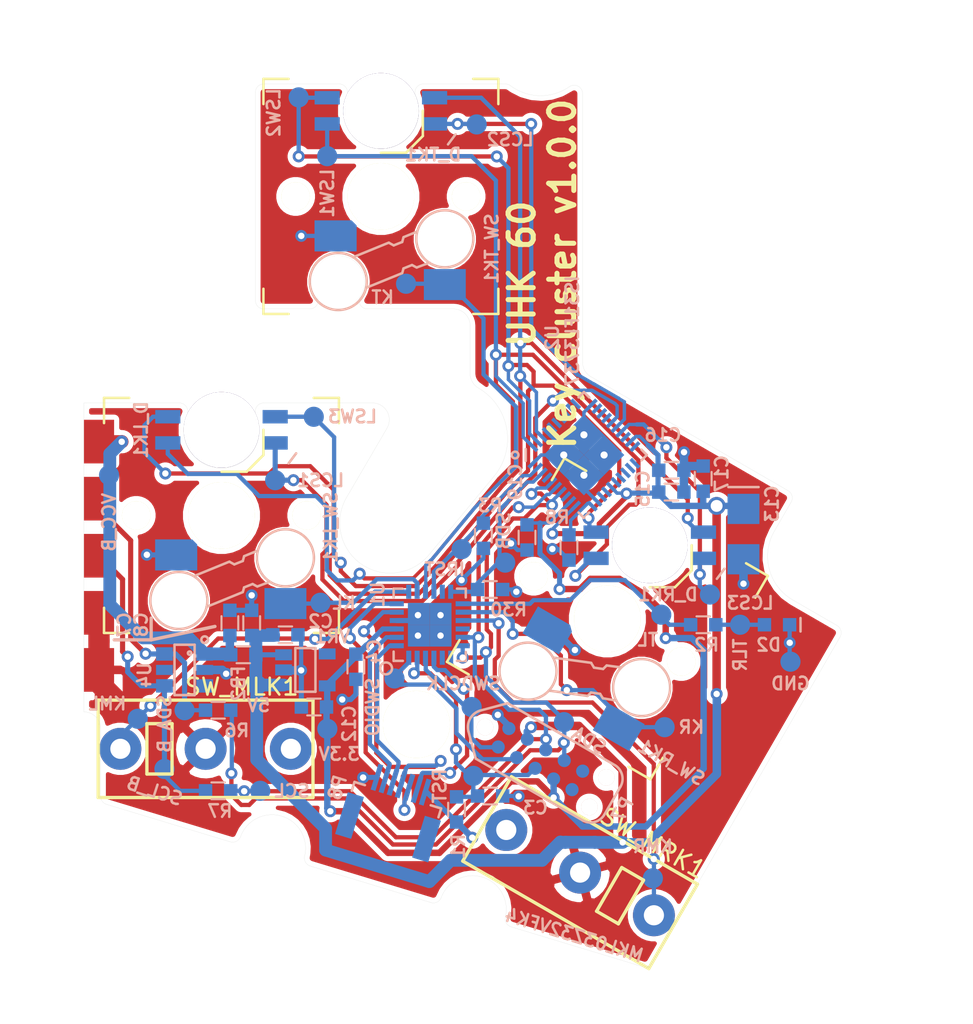
<source format=kicad_pcb>
(kicad_pcb (version 20171130) (host pcbnew 5.1.2-f72e74a~84~ubuntu18.04.1)
  (title_block (title "UHK 60 Key cluster main board") (rev 1.0.0) (company "Ultimate Gadget Laboratories Kft."))
  (layers (0 F.Cu signal) (31 B.Cu signal) (34 B.Paste user) (35 F.Paste user) (36 B.SilkS user) (37 F.SilkS user) (38 B.Mask user) (39 F.Mask user) (44 Edge.Cuts user))
  (net 0 "")
  (net 1 GND)
  (net 2 /SCL_BOTTOM)
  (net 3 /SDA_BOTTOM)
  (net 4 /VCC_BOTTOM)
  (net 5 /KEY_MLEFT)
  (net 6 /KEY_MRIGHT)
  (net 7 /RESET)
  (net 8 /KEY_TOP)
  (net 9 /KEY_RIGHT)
  (net 10 /KEY_LEFT)
  (net 11 /IICRST)
  (net 12 +3V3)
  (net 13 +5V)
  (net 14 /LED_CS1)
  (net 15 /LED_CS2)
  (net 16 /LED_CS3)
  (net 17 /SCL)
  (net 18 /LED_SW2)
  (net 19 /TEST_LED_R)
  (net 20 /TEST_LED)
  (net 21 /SWDIO)
  (net 22 /SWDCLK)
  (net 23 /LED_SW3)
  (net 24 /LED_SW1)
  (net 25 /SDB)
  (net 26 /ADDR)
  (net 27 "Net-(P7-Pad5)")
  (net 28 "Net-(P7-Pad6)")
  (net 29 "Net-(VR1-Pad4)")
  (net 30 /R_EXT)
  (net 31 "Net-(U2-Pad5)")
  (net 32 "Net-(U2-Pad6)")
  (net 33 "Net-(U2-Pad7)")
  (net 34 "Net-(U2-Pad8)")
  (net 35 "Net-(U2-Pad9)")
  (net 36 "Net-(U2-Pad10)")
  (net 37 "Net-(U2-Pad12)")
  (net 38 "Net-(U2-Pad13)")
  (net 39 "Net-(U2-Pad14)")
  (net 40 "Net-(U2-Pad18)")
  (net 41 "Net-(U2-Pad20)")
  (net 42 "Net-(U2-Pad21)")
  (net 43 "Net-(U2-Pad22)")
  (net 44 "Net-(U2-Pad23)")
  (net 45 "Net-(U2-Pad24)")
  (net 46 "Net-(U2-Pad25)")
  (net 47 "Net-(U2-Pad27)")
  (net 48 "Net-(U2-Pad28)")
  (net 49 "Net-(U2-Pad33)")
  (net 50 "Net-(U1-Pad20)")
  (net 51 "Net-(U1-Pad19)")
  (net 52 "Net-(U2-Pad37)")
  (net 53 /TB_UP)
  (net 54 /TB_RIGHT)
  (net 55 /TB_LEFT)
  (net 56 /TB_BTN)
  (net 57 /TB_DOWN)
  (net 58 "Net-(U1-Pad16)")
  (net 59 "Net-(U1-Pad11)")
  (module UGL:hole_4.0mm (layer F.Cu) (at 144.819992 119.149002)
    (fp_text reference "hole 2.2mm" hide)
    (fp_text value VAL** hide)
    (pad "" np_thru_hole circle (at 0 0) (size 4 4) (drill 4) (layers *.Cu *.Mask F.SilkS))
  )
  (module UGL:SM1206_Diode (layer B.Cu) (at 164.309512 107.810302 270)
    (fp_text reference C13 (at -1.8 -1.7 270) (layer B.SilkS) (effects (font (size 0.75 0.75)) (justify mirror)))
    (fp_text value 10uF hide)
    (pad 1 smd rect (at -1.5 0 270) (size 1.8 1.9) (layers B.Cu B.Paste B.Mask) (net 13 +5V))
    (pad 2 smd rect (at 1.5 0 270) (size 1.8 1.9) (layers B.Cu B.Paste B.Mask) (net 1 GND))
  )
  (module UGL:SM0603 (layer B.Cu) (at 147.209512 124.210302 90)
    (fp_text reference R1 (at -2.2 0.1 90) (layer B.SilkS) (effects (font (size 0.75 0.75)) (justify mirror)))
    (fp_text value 4.7K hide)
    (pad 1 smd rect (at -0.75 0 90) (size 0.8 0.8) (layers B.Cu B.Paste B.Mask) (net 12 +3V3))
    (pad 2 smd rect (at 0.75 0 90) (size 0.8 0.8) (layers B.Cu B.Paste B.Mask) (net 7 /RESET))
  )
  (module UGL:SM0603 (layer B.Cu) (at 137.009512 113.810302 180)
    (fp_text reference C2 (at -2.1 0.8 180) (layer B.SilkS) (effects (font (size 0.75 0.75)) (justify mirror)))
    (fp_text value 1uF hide)
    (pad 1 smd rect (at -0.75 0 180) (size 0.8 0.8) (layers B.Cu B.Paste B.Mask) (net 1 GND))
    (pad 2 smd rect (at 0.75 0 180) (size 0.8 0.8) (layers B.Cu B.Paste B.Mask) (net 13 +5V))
  )
  (module UGL:QFN-40_EP_5x5_Pitch0.4mm (layer B.Cu) (at 154.8 103.1 315)
    (fp_text reference U2 (at -6.27924 -3.605686 90) (layer B.SilkS) (effects (font (size 0.746 0.746)) (justify mirror)))
    (fp_text value IS31FL3737 (at -5.713554 -4.737057 270) (layer B.SilkS) (effects (font (size 0.746 0.746)) (justify mirror)))
    (pad 1 smd rect (at -2.5 1.8 225) (size 0.22 0.715) (layers B.Cu B.Paste B.Mask) (net 24 /LED_SW1))
    (pad 2 smd rect (at -2.499999 1.4 225) (size 0.22 0.715) (layers B.Cu B.Paste B.Mask) (net 18 /LED_SW2))
    (pad 3 smd rect (at -2.5 1 225) (size 0.22 0.715) (layers B.Cu B.Paste B.Mask) (net 23 /LED_SW3))
    (pad 4 smd rect (at -2.5 0.6 225) (size 0.22 0.715) (layers B.Cu B.Paste B.Mask) (net 1 GND))
    (pad 5 smd rect (at -2.5 0.199999 225) (size 0.22 0.715) (layers B.Cu B.Paste B.Mask) (net 31 "Net-(U2-Pad5)"))
    (pad 6 smd rect (at -2.5 -0.199999 225) (size 0.22 0.715) (layers B.Cu B.Paste B.Mask) (net 32 "Net-(U2-Pad6)"))
    (pad 7 smd rect (at -2.5 -0.6 225) (size 0.22 0.715) (layers B.Cu B.Paste B.Mask) (net 33 "Net-(U2-Pad7)"))
    (pad 8 smd rect (at -2.5 -1 225) (size 0.22 0.715) (layers B.Cu B.Paste B.Mask) (net 34 "Net-(U2-Pad8)"))
    (pad 9 smd rect (at -2.499999 -1.4 225) (size 0.22 0.715) (layers B.Cu B.Paste B.Mask) (net 35 "Net-(U2-Pad9)"))
    (pad 10 smd rect (at -2.5 -1.8 225) (size 0.22 0.715) (layers B.Cu B.Paste B.Mask) (net 36 "Net-(U2-Pad10)"))
    (pad 11 smd rect (at -1.8 -2.5 315) (size 0.22 0.715) (layers B.Cu B.Paste B.Mask) (net 1 GND))
    (pad 12 smd rect (at -1.4 -2.499999 315) (size 0.22 0.715) (layers B.Cu B.Paste B.Mask) (net 37 "Net-(U2-Pad12)"))
    (pad 13 smd rect (at -1 -2.5 315) (size 0.22 0.715) (layers B.Cu B.Paste B.Mask) (net 38 "Net-(U2-Pad13)"))
    (pad 14 smd rect (at -0.6 -2.5 315) (size 0.22 0.715) (layers B.Cu B.Paste B.Mask) (net 39 "Net-(U2-Pad14)"))
    (pad 15 smd rect (at -0.199999 -2.5 315) (size 0.22 0.715) (layers B.Cu B.Paste B.Mask) (net 14 /LED_CS1))
    (pad 16 smd rect (at 0.199999 -2.5 315) (size 0.22 0.715) (layers B.Cu B.Paste B.Mask) (net 15 /LED_CS2))
    (pad 17 smd rect (at 0.6 -2.5 315) (size 0.22 0.715) (layers B.Cu B.Paste B.Mask) (net 16 /LED_CS3))
    (pad 18 smd rect (at 1 -2.5 315) (size 0.22 0.715) (layers B.Cu B.Paste B.Mask) (net 40 "Net-(U2-Pad18)"))
    (pad 19 smd rect (at 1.4 -2.499999 315) (size 0.22 0.715) (layers B.Cu B.Paste B.Mask) (net 13 +5V))
    (pad 20 smd rect (at 1.8 -2.5 315) (size 0.22 0.715) (layers B.Cu B.Paste B.Mask) (net 41 "Net-(U2-Pad20)"))
    (pad 21 smd rect (at 2.5 -1.8 225) (size 0.22 0.715) (layers B.Cu B.Paste B.Mask) (net 42 "Net-(U2-Pad21)"))
    (pad 22 smd rect (at 2.499999 -1.4 225) (size 0.22 0.715) (layers B.Cu B.Paste B.Mask) (net 43 "Net-(U2-Pad22)"))
    (pad 23 smd rect (at 2.5 -1 225) (size 0.22 0.715) (layers B.Cu B.Paste B.Mask) (net 44 "Net-(U2-Pad23)"))
    (pad 24 smd rect (at 2.5 -0.6 225) (size 0.22 0.715) (layers B.Cu B.Paste B.Mask) (net 45 "Net-(U2-Pad24)"))
    (pad 25 smd rect (at 2.5 -0.199999 225) (size 0.22 0.715) (layers B.Cu B.Paste B.Mask) (net 46 "Net-(U2-Pad25)"))
    (pad 26 smd rect (at 2.5 0.199999 225) (size 0.22 0.715) (layers B.Cu B.Paste B.Mask) (net 13 +5V))
    (pad 27 smd rect (at 2.5 0.6 225) (size 0.22 0.715) (layers B.Cu B.Paste B.Mask) (net 47 "Net-(U2-Pad27)"))
    (pad 28 smd rect (at 2.5 1 225) (size 0.22 0.715) (layers B.Cu B.Paste B.Mask) (net 48 "Net-(U2-Pad28)"))
    (pad 29 smd rect (at 2.499999 1.4 225) (size 0.22 0.715) (layers B.Cu B.Paste B.Mask) (net 1 GND))
    (pad 30 smd rect (at 2.5 1.8 225) (size 0.22 0.715) (layers B.Cu B.Paste B.Mask) (net 30 /R_EXT))
    (pad 31 smd rect (at 1.8 2.5 315) (size 0.22 0.715) (layers B.Cu B.Paste B.Mask) (net 13 +5V))
    (pad 32 smd rect (at 1.4 2.499999 315) (size 0.22 0.715) (layers B.Cu B.Paste B.Mask) (net 12 +3V3))
    (pad 33 smd rect (at 1 2.5 315) (size 0.22 0.715) (layers B.Cu B.Paste B.Mask) (net 49 "Net-(U2-Pad33)"))
    (pad 34 smd rect (at 0.6 2.5 315) (size 0.22 0.715) (layers B.Cu B.Paste B.Mask) (net 26 /ADDR))
    (pad 35 smd rect (at 0.199999 2.5 315) (size 0.22 0.715) (layers B.Cu B.Paste B.Mask) (net 17 /SCL))
    (pad 36 smd rect (at -0.199999 2.5 315) (size 0.22 0.715) (layers B.Cu B.Paste B.Mask) (net 26 /ADDR))
    (pad 37 smd rect (at -0.6 2.5 315) (size 0.22 0.715) (layers B.Cu B.Paste B.Mask) (net 52 "Net-(U2-Pad37)"))
    (pad 38 smd rect (at -1 2.5 315) (size 0.22 0.715) (layers B.Cu B.Paste B.Mask) (net 25 /SDB))
    (pad 39 smd rect (at -1.4 2.499999 315) (size 0.22 0.715) (layers B.Cu B.Paste B.Mask) (net 11 /IICRST))
    (pad 40 smd rect (at -1.8 2.5 315) (size 0.22 0.715) (layers B.Cu B.Paste B.Mask) (net 1 GND))
    (pad 41 smd rect (at -0.85 0.85 315) (size 1.7 1.7) (layers B.Cu B.Paste B.Mask) (net 1 GND))
    (pad 41 smd rect (at -0.85 -0.85 315) (size 1.7 1.7) (layers B.Cu B.Paste B.Mask) (net 1 GND))
    (pad 41 smd rect (at 0.85 0.85 315) (size 1.7 1.7) (layers B.Cu B.Paste B.Mask) (net 1 GND))
    (pad 41 smd rect (at 0.85 -0.85 315) (size 1.7 1.7) (layers B.Cu B.Paste B.Mask) (net 1 GND))
    (pad 41 thru_hole circle (at -0.85 0.85 315) (size 0.85 0.85) (drill 0.425) (layers *.Cu *.Mask) (net 1 GND))
    (pad 41 thru_hole circle (at -0.85 -0.85 315) (size 0.85 0.85) (drill 0.425) (layers *.Cu *.Mask) (net 1 GND))
    (pad 41 thru_hole circle (at 0.85 0.85 315) (size 0.85 0.85) (drill 0.425) (layers *.Cu *.Mask) (net 1 GND))
    (pad 41 thru_hole circle (at 0.85 -0.85 315) (size 0.85 0.85) (drill 0.425) (layers *.Cu *.Mask) (net 1 GND))
  )
  (module UGL:SM0603 (layer B.Cu) (at 138.709512 118.110302)
    (fp_text reference C12 (at 2.1 1 270) (layer B.SilkS) (effects (font (size 0.75 0.75)) (justify mirror)))
    (fp_text value 1uF hide)
    (pad 1 smd rect (at -0.75 0) (size 0.8 0.8) (layers B.Cu B.Paste B.Mask) (net 1 GND))
    (pad 2 smd rect (at 0.75 0) (size 0.8 0.8) (layers B.Cu B.Paste B.Mask) (net 12 +3V3))
  )
  (module UGL:SM0603 (layer B.Cu) (at 133 123.1 180)
    (fp_text reference R7 (at -0.109512 -1.210302 180) (layer B.SilkS) (effects (font (size 0.75 0.75)) (justify mirror)))
    (fp_text value 47 hide)
    (pad 2 smd rect (at 0.75 0 180) (size 0.8 0.8) (layers B.Cu B.Paste B.Mask) (net 2 /SCL_BOTTOM))
    (pad 1 smd rect (at -0.75 0 180) (size 0.8 0.8) (layers B.Cu B.Paste B.Mask) (net 17 /SCL))
  )
  (module UGL:S01_Hybrid_Socket (layer F.Cu) (at 156.2 112.86 150)
    (fp_text reference SW_RK1 (at -7.574285 -5.500023 150) (layer B.SilkS) (effects (font (size 0.75 0.75)) (justify mirror)))
    (fp_text value RK hide)
    (pad 2 smd custom (at 2.7 -2.35 150) (size 1 1) (layers B.Cu B.Paste B.Mask) (net 1 GND) (clearance 0.2032) (options (clearance outline) (anchor rect)) (primitives (gr_poly (pts (xy -1.24 -0.92) (xy 1.25 -0.92) (xy 1.25 0.92) (xy -0.95 0.92) (xy -1.25 0.62) (xy -1.25 -0.92)) (width 0.01))))
    (pad "" np_thru_hole circle (at 0 0 150) (size 3.98018 3.98018) (drill 3.98018) (layers *.Cu *.Mask F.SilkS))
    (pad "" np_thru_hole circle (at 5.08 0 150) (size 1.69926 1.69926) (drill 1.69926) (layers *.Cu *.Mask F.SilkS))
    (pad "" np_thru_hole circle (at -5.08 0 150) (size 1.69926 1.69926) (drill 1.69926) (layers *.Cu *.Mask F.SilkS))
    (pad "" np_thru_hole circle (at 2.54 -5.08 150) (size 3.1 3.1) (drill 3.1) (layers *.Cu *.Mask))
    (pad "" np_thru_hole circle (at -3.81 -2.54 330) (size 3.1 3.1) (drill 3.1) (layers *.Cu *.Mask))
    (pad 1 smd rect (at -3.81 -5.25 150) (size 2.5 1.85) (layers B.Cu B.Paste B.Mask) (net 9 /KEY_RIGHT) (clearance 0.2032))
  )
  (module UGL:SM0603 (layer B.Cu) (at 153.909512 108.610302 270)
    (fp_text reference R8 (at -1.8 0.7) (layer B.SilkS) (effects (font (size 0.75 0.75)) (justify mirror)))
    (fp_text value 47K hide)
    (pad 2 smd rect (at 0.75 0 270) (size 0.8 0.8) (layers B.Cu B.Paste B.Mask) (net 1 GND))
    (pad 1 smd rect (at -0.75 0 270) (size 0.8 0.8) (layers B.Cu B.Paste B.Mask) (net 30 /R_EXT))
  )
  (module UGL:S01_Hybrid_Socket (layer F.Cu) (at 133.2 106.7 180)
    (fp_text reference SW_LK1 (at -6.509512 -0.710302 270) (layer B.SilkS) (effects (font (size 0.75 0.75)) (justify mirror)))
    (fp_text value LK hide)
    (pad 2 smd custom (at 2.7 -2.35 180) (size 1 1) (layers B.Cu B.Paste B.Mask) (net 1 GND) (clearance 0.2032) (options (clearance outline) (anchor rect)) (primitives (gr_poly (pts (xy -1.24 -0.92) (xy 1.25 -0.92) (xy 1.25 0.92) (xy -0.95 0.92) (xy -1.25 0.62) (xy -1.25 -0.92)) (width 0.01))))
    (pad "" np_thru_hole circle (at 0 0 180) (size 3.98018 3.98018) (drill 3.98018) (layers *.Cu *.Mask F.SilkS))
    (pad "" np_thru_hole circle (at 5.08 0 180) (size 1.69926 1.69926) (drill 1.69926) (layers *.Cu *.Mask F.SilkS))
    (pad "" np_thru_hole circle (at -5.08 0 180) (size 1.69926 1.69926) (drill 1.69926) (layers *.Cu *.Mask F.SilkS))
    (pad "" np_thru_hole circle (at 2.54 -5.08 180) (size 3.1 3.1) (drill 3.1) (layers *.Cu *.Mask))
    (pad "" np_thru_hole circle (at -3.81 -2.54) (size 3.1 3.1) (drill 3.1) (layers *.Cu *.Mask))
    (pad 1 smd rect (at -3.81 -5.25 180) (size 2.5 1.85) (layers B.Cu B.Paste B.Mask) (net 10 /KEY_LEFT) (clearance 0.2032))
  )
  (module UGL:SM0603 (layer B.Cu) (at 133 118.3 180)
    (fp_text reference R6 (at -1.109512 -1.210302 180) (layer B.SilkS) (effects (font (size 0.75 0.75)) (justify mirror)))
    (fp_text value 47 hide)
    (pad 1 smd rect (at -0.75 0 180) (size 0.8 0.8) (layers B.Cu B.Paste B.Mask) (net 26 /ADDR))
    (pad 2 smd rect (at 0.75 0 180) (size 0.8 0.8) (layers B.Cu B.Paste B.Mask) (net 3 /SDA_BOTTOM))
  )
  (module UGL:SM0603 (layer B.Cu) (at 149.209512 111.110302 180)
    (fp_text reference R30 (at -1.1 -1.2 180) (layer B.SilkS) (effects (font (size 0.75 0.75)) (justify mirror)))
    (fp_text value 100K hide)
    (pad 1 smd rect (at -0.75 0 180) (size 0.8 0.8) (layers B.Cu B.Paste B.Mask) (net 1 GND))
    (pad 2 smd rect (at 0.75 0 180) (size 0.8 0.8) (layers B.Cu B.Paste B.Mask) (net 25 /SDB))
  )
  (module UGL:SM0603 (layer B.Cu) (at 161.909512 113.210302 180)
    (fp_text reference R2 (at -0.2 -1.2 180) (layer B.SilkS) (effects (font (size 0.75 0.75)) (justify mirror)))
    (fp_text value 330 hide)
    (pad 1 smd rect (at -0.75 0 180) (size 0.8 0.8) (layers B.Cu B.Paste B.Mask) (net 19 /TEST_LED_R))
    (pad 2 smd rect (at 0.75 0 180) (size 0.8 0.8) (layers B.Cu B.Paste B.Mask) (net 20 /TEST_LED))
  )
  (module UGL:Tag_Connect_2x5_Header_With_No_Legs (layer B.Cu) (at 152.209512 121.210302 330)
    (fp_text reference P7 (at 5.743524 0.148076 60) (layer B.SilkS) (effects (font (size 0.75 0.75)) (justify mirror)))
    (fp_text value CONN_10 hide)
    (pad "" np_thru_hole circle (at 3.95 -1.016 330) (size 0.98552 0.98552) (drill 0.98552) (layers *.Cu *.Mask B.SilkS))
    (pad "" np_thru_hole circle (at 3.95 1.016 330) (size 0.98552 0.98552) (drill 0.98552) (layers *.Cu *.Mask B.SilkS))
    (pad "" np_thru_hole circle (at -3.81 0 330) (size 0.98806 0.98806) (drill 0.98806) (layers *.Cu *.Mask B.SilkS))
    (pad 8 connect circle (at 0 0.635 330) (size 0.78486 0.78486) (layers B.Cu B.Mask) (net 7 /RESET))
    (pad 3 connect circle (at 0 -0.635 330) (size 0.78486 0.78486) (layers B.Cu B.Mask) (net 17 /SCL))
    (pad 9 connect circle (at -1.27 0.635 330) (size 0.78486 0.78486) (layers B.Cu B.Mask) (net 21 /SWDIO))
    (pad 2 connect circle (at -1.27 -0.635 330) (size 0.78486 0.78486) (layers B.Cu B.Mask) (net 13 +5V))
    (pad 10 connect circle (at -2.54 0.635 330) (size 0.78486 0.78486) (layers B.Cu B.Mask) (net 22 /SWDCLK))
    (pad 1 connect circle (at -2.54 -0.635 330) (size 0.78486 0.78486) (layers B.Cu B.Mask) (net 1 GND))
    (pad 4 connect circle (at 1.27 -0.635 330) (size 0.78486 0.78486) (layers B.Cu B.Mask) (net 26 /ADDR))
    (pad 5 connect circle (at 2.54 -0.635 330) (size 0.78486 0.78486) (layers B.Cu B.Mask) (net 27 "Net-(P7-Pad5)"))
    (pad 7 connect circle (at 1.27 0.635 330) (size 0.78486 0.78486) (layers B.Cu B.Mask) (net 12 +3V3))
    (pad 6 connect circle (at 2.54 0.635 330) (size 0.78486 0.78486) (layers B.Cu B.Mask) (net 28 "Net-(P7-Pad6)"))
  )
  (module UGL:SM0603 (layer B.Cu) (at 148.809512 107.910302 270)
    (fp_text reference R3 (at -1.8 -0.4) (layer B.SilkS) (effects (font (size 0.75 0.75)) (justify mirror)))
    (fp_text value 100K hide)
    (pad 1 smd rect (at -0.75 0 270) (size 0.8 0.8) (layers B.Cu B.Paste B.Mask) (net 11 /IICRST))
    (pad 2 smd rect (at 0.75 0 270) (size 0.8 0.8) (layers B.Cu B.Paste B.Mask) (net 1 GND))
  )
  (module UGL:S01_Hybrid_Socket (layer F.Cu) (at 142.7 87.7 180)
    (fp_text reference SW_TK1 (at -6.609512 -3.110302 270) (layer B.SilkS) (effects (font (size 0.75 0.75)) (justify mirror)))
    (fp_text value TK hide)
    (pad 2 smd custom (at 2.7 -2.35 180) (size 1 1) (layers B.Cu B.Paste B.Mask) (net 1 GND) (clearance 0.2032) (options (clearance outline) (anchor rect)) (primitives (gr_poly (pts (xy -1.24 -0.92) (xy 1.25 -0.92) (xy 1.25 0.92) (xy -0.95 0.92) (xy -1.25 0.62) (xy -1.25 -0.92)) (width 0.01))))
    (pad "" np_thru_hole circle (at 0 0 180) (size 3.98018 3.98018) (drill 3.98018) (layers *.Cu *.Mask F.SilkS))
    (pad "" np_thru_hole circle (at 5.08 0 180) (size 1.69926 1.69926) (drill 1.69926) (layers *.Cu *.Mask F.SilkS))
    (pad "" np_thru_hole circle (at -5.08 0 180) (size 1.69926 1.69926) (drill 1.69926) (layers *.Cu *.Mask F.SilkS))
    (pad "" np_thru_hole circle (at 2.54 -5.08 180) (size 3.1 3.1) (drill 3.1) (layers *.Cu *.Mask))
    (pad "" np_thru_hole circle (at -3.81 -2.54) (size 3.1 3.1) (drill 3.1) (layers *.Cu *.Mask))
    (pad 1 smd rect (at -3.81 -5.25 180) (size 2.5 1.85) (layers B.Cu B.Paste B.Mask) (net 8 /KEY_TOP) (clearance 0.2032))
  )
  (module UGL:SM0603_Diode (layer B.Cu) (at 166.309512 113.210302 180)
    (fp_text reference D2 (at 0.5 -1.2 180) (layer B.SilkS) (effects (font (size 0.75 0.75)) (justify mirror)))
    (fp_text value LED hide)
    (pad 1 smd rect (at -0.75 0 180) (size 0.8 0.8) (layers B.Cu B.Paste B.Mask) (net 1 GND))
    (pad 2 smd rect (at 0.75 0 180) (size 0.8 0.8) (layers B.Cu B.Paste B.Mask) (net 19 /TEST_LED_R))
  )
  (module UGL:Test_Point (layer B.Cu) (at 126.5 104.3)
    (fp_text reference TP_VCC_BOTTOM1 hide)
    (fp_text value VCC_B (at 0 2.810302 90) (layer B.SilkS) (effects (font (size 0.75 0.75)) (justify mirror)))
    (pad 1 smd circle (at 0 0) (size 1.2 1.2) (layers B.Cu B.Mask) (net 4 /VCC_BOTTOM))
  )
  (module UGL:Test_Point (layer B.Cu) (at 162.309512 111.410302)
    (fp_text reference TP_CS3 hide)
    (fp_text value LCS3 (at 2.4 0.5) (layer B.SilkS) (effects (font (size 0.75 0.75)) (justify mirror)))
    (pad 1 smd circle (at 0 0) (size 1.2 1.2) (layers B.Cu B.Mask) (net 16 /LED_CS3))
  )
  (module UGL:Test_Point (layer B.Cu) (at 143.509512 116.410302)
    (fp_text reference TP_SWDIO1 hide)
    (fp_text value SWDIO (at -1.3 1.7 90) (layer B.SilkS) (effects (font (size 0.75 0.75)) (justify mirror)))
    (pad 1 smd circle (at 0 0) (size 1.2 1.2) (layers B.Cu B.Mask) (net 21 /SWDIO))
  )
  (module UGL:Test_Point (layer B.Cu) (at 139.5 85.3)
    (fp_text reference TP_SW1 hide)
    (fp_text value LSW1 (at 0.009512 2.210302 90) (layer B.SilkS) (effects (font (size 0.75 0.75)) (justify mirror)))
    (pad 1 smd circle (at 0 0) (size 1.2 1.2) (layers B.Cu B.Mask) (net 24 /LED_SW1))
  )
  (module UGL:Test_Point (layer B.Cu) (at 153.609512 119.010302)
    (fp_text reference TP_SDA1 hide)
    (fp_text value SDA (at 1.5 1.1 150) (layer B.SilkS) (effects (font (size 0.75 0.75)) (justify mirror)))
    (pad 1 smd circle (at 0 0) (size 1.2 1.2) (layers B.Cu B.Mask) (net 26 /ADDR))
  )
  (module UGL:Test_Point (layer B.Cu) (at 148.409512 83.410302)
    (fp_text reference TP_CS2 hide)
    (fp_text value LCS2 (at 2 0.9) (layer B.SilkS) (effects (font (size 0.75 0.75)) (justify mirror)))
    (pad 1 smd circle (at 0 0) (size 1.2 1.2) (layers B.Cu B.Mask) (net 15 /LED_CS2))
  )
  (module UGL:Test_Point (layer B.Cu) (at 164.109512 113.210302)
    (fp_text reference TP_TEST_LED_R1 hide)
    (fp_text value TLR (at 0 1.8 270) (layer B.SilkS) (effects (font (size 0.75 0.75)) (justify mirror)))
    (pad 1 smd circle (at 0 0) (size 1.2 1.2) (layers B.Cu B.Mask) (net 19 /TEST_LED_R))
  )
  (module UGL:Test_Point (layer B.Cu) (at 136.4 104.6)
    (fp_text reference TP_CS1 hide)
    (fp_text value LCS1 (at 2.709512 0.010302 180) (layer B.SilkS) (effects (font (size 0.75 0.75)) (justify mirror)))
    (pad 1 smd circle (at 0 0) (size 1.2 1.2) (layers B.Cu B.Mask) (net 14 /LED_CS1))
  )
  (module UGL:Test_Point (layer B.Cu) (at 135.3 116.8)
    (fp_text reference TP_5V1 hide)
    (fp_text value 5V (at 0.109512 1.210302 180) (layer B.SilkS) (effects (font (size 0.75 0.75)) (justify mirror)))
    (pad 1 smd circle (at 0 0) (size 1.2 1.2) (layers B.Cu B.Mask) (net 13 +5V))
  )
  (module UGL:Test_Point (layer B.Cu) (at 137.8 81.8)
    (fp_text reference TP_SW2 hide)
    (fp_text value LSW2 (at -1.490488 0.910302 90) (layer B.SilkS) (effects (font (size 0.75 0.75)) (justify mirror)))
    (pad 1 smd circle (at 0 0) (size 1.2 1.2) (layers B.Cu B.Mask) (net 18 /LED_SW2))
  )
  (module UGL:Test_Point (layer B.Cu) (at 139.509512 119.410302)
    (fp_text reference TP_3.3V1 hide)
    (fp_text value 3.3V (at 0.7 1.5) (layer B.SilkS) (effects (font (size 0.75 0.75)) (justify mirror)))
    (pad 1 smd circle (at 0 0) (size 1.2 1.2) (layers B.Cu B.Mask) (net 12 +3V3))
  )
  (module UGL:Test_Point (layer B.Cu) (at 138.7 100.824035)
    (fp_text reference TP_SW3 hide)
    (fp_text value LSW3 (at 2.309512 -0.013733 180) (layer B.SilkS) (effects (font (size 0.75 0.75)) (justify mirror)))
    (pad 1 smd circle (at 0 0) (size 1.2 1.2) (layers B.Cu B.Mask) (net 23 /LED_SW3))
  )
  (module UGL:Test_Point (layer B.Cu) (at 167.109512 115.410302)
    (fp_text reference TP_GND1 hide)
    (fp_text value GND (at 0 1.3) (layer B.SilkS) (effects (font (size 0.75 0.75)) (justify mirror)))
    (pad 1 smd circle (at 0 0) (size 1.2 1.2) (layers B.Cu B.Mask) (net 1 GND))
  )
  (module UGL:Test_Point (layer B.Cu) (at 135.509512 123.1)
    (fp_text reference TP_SCL1 hide)
    (fp_text value SCL (at 1.9 0.010302) (layer B.SilkS) (effects (font (size 0.75 0.75)) (justify mirror)))
    (pad 1 smd circle (at 0 0) (size 1.2 1.2) (layers B.Cu B.Mask) (net 17 /SCL))
  )
  (module UGL:Test_Point (layer B.Cu) (at 131 118.3)
    (fp_text reference TP_SDA_BOTTOM1 hide)
    (fp_text value SDA_B (at -1.190488 0.810302 90) (layer B.SilkS) (effects (font (size 0.75 0.75)) (justify mirror)))
    (pad 1 smd circle (at 0 0) (size 1.2 1.2) (layers B.Cu B.Mask) (net 3 /SDA_BOTTOM))
  )
  (module UGL:Test_Point (layer B.Cu) (at 150.109512 109.510302)
    (fp_text reference TP_SDB1 hide)
    (fp_text value SDB (at -0.1 -1.9 90) (layer B.SilkS) (effects (font (size 0.75 0.75)) (justify mirror)))
    (pad 1 smd circle (at 0 0) (size 1.2 1.2) (layers B.Cu B.Mask) (net 25 /SDB))
  )
  (module UGL:Test_Point (layer B.Cu) (at 159.409512 112.610302)
    (fp_text reference TP_TEST_LED1 hide)
    (fp_text value TL (at -0.8 1.5) (layer B.SilkS) (effects (font (size 0.75 0.75)) (justify mirror)))
    (pad 1 smd circle (at 0 0) (size 1.2 1.2) (layers B.Cu B.Mask) (net 20 /TEST_LED))
  )
  (module UGL:Test_Point (layer B.Cu) (at 148.109512 118.110302)
    (fp_text reference TP_SWDCLK1 hide)
    (fp_text value SWDCLK (at -0.5 -1.4) (layer B.SilkS) (effects (font (size 0.75 0.75)) (justify mirror)))
    (pad 1 smd circle (at 0 0) (size 1.2 1.2) (layers B.Cu B.Mask) (net 22 /SWDCLK))
  )
  (module UGL:Test_Point (layer B.Cu) (at 148.209512 122.210302)
    (fp_text reference TP_RESET1 hide)
    (fp_text value RST (at -2 0.6 90) (layer B.SilkS) (effects (font (size 0.75 0.75)) (justify mirror)))
    (pad 1 smd circle (at 0 0) (size 1.2 1.2) (layers B.Cu B.Mask) (net 7 /RESET))
  )
  (module UGL:Test_Point (layer B.Cu) (at 128.209512 118.810302)
    (fp_text reference TP_KEY_MLEFT1 hide)
    (fp_text value KML (at -1.8 -0.9 180) (layer B.SilkS) (effects (font (size 0.75 0.75)) (justify mirror)))
    (pad 1 smd circle (at 0 0) (size 1.2 1.2) (layers B.Cu B.Mask) (net 5 /KEY_MLEFT))
  )
  (module ugl:CMI126603D08 (layer F.Cu) (at 154.572235 127.973381 150)
    (fp_text reference SW_MRK1 (at -2.874653 3.69551 150) (layer F.SilkS))
    (fp_text value MRK hide)
    (pad 3 thru_hole circle (at 5.08 0 150) (size 2.5 2.5) (drill 1.2) (layers *.Cu *.Mask))
    (pad 2 thru_hole circle (at 0 0 150) (size 2.5 2.5) (drill 1.2) (layers *.Cu *.Mask) (net 1 GND))
    (pad 1 thru_hole circle (at -5.08 0 150) (size 2.5 2.5) (drill 1.2) (layers *.Cu *.Mask) (net 6 /KEY_MRIGHT))
  )
  (module UGL:Test_Point (layer B.Cu) (at 147.509512 108.710302)
    (fp_text reference TP_IICRST1 hide)
    (fp_text value IRST (at -1 1.2 180) (layer B.SilkS) (effects (font (size 0.75 0.75)) (justify mirror)))
    (pad 1 smd circle (at 0 0) (size 1.2 1.2) (layers B.Cu B.Mask) (net 11 /IICRST))
  )
  (module UGL:Test_Point (layer B.Cu) (at 139.1 111.9)
    (fp_text reference TP_KEY_LEFT1 hide)
    (fp_text value KL (at 1.409512 0.010302) (layer B.SilkS) (effects (font (size 0.75 0.75)) (justify mirror)))
    (pad 1 smd circle (at 0 0) (size 1.2 1.2) (layers B.Cu B.Mask) (net 10 /KEY_LEFT))
  )
  (module UGL:Test_Point (layer B.Cu) (at 158.909512 128.310302)
    (fp_text reference TP_KEY_MRIGHT1 hide)
    (fp_text value KMR (at 0 -1.9 180) (layer B.SilkS) (effects (font (size 0.75 0.75)) (justify mirror)))
    (pad 1 smd circle (at 0 0) (size 1.2 1.2) (layers B.Cu B.Mask) (net 6 /KEY_MRIGHT))
  )
  (module UGL:Test_Point (layer B.Cu) (at 159.609512 119.310302)
    (fp_text reference TP_KEY_RIGHT1 hide)
    (fp_text value KR (at 1.6 0) (layer B.SilkS) (effects (font (size 0.75 0.75)) (justify mirror)))
    (pad 1 smd circle (at 0 0) (size 1.2 1.2) (layers B.Cu B.Mask) (net 9 /KEY_RIGHT))
  )
  (module UGL:Test_Point (layer B.Cu) (at 144.2 92.9)
    (fp_text reference TP_KEY_TOP1 hide)
    (fp_text value KT (at -1.390488 0.810302) (layer B.SilkS) (effects (font (size 0.75 0.75)) (justify mirror)))
    (pad 1 smd circle (at 0 0) (size 1.2 1.2) (layers B.Cu B.Mask) (net 8 /KEY_TOP))
  )
  (module ugl:UHK_Connector_TrackBall_Pcb (layer F.Cu) (at 123.8 100)
    (fp_text reference P2)
    (fp_text value CONN_5 hide)
    (pad 5 smd rect (at 2.1 15.9) (size 1.8 2.6) (layers F.Cu F.Mask) (net 1 GND))
    (pad 4 smd rect (at 2.1 12.5) (size 1.8 2.6) (layers F.Cu F.Mask) (net 1 GND))
    (pad 3 smd rect (at 2.1 9.1) (size 1.8 2.6) (layers F.Cu F.Mask) (net 2 /SCL_BOTTOM))
    (pad 2 smd rect (at 2.1 5.7) (size 1.8 2.6) (layers F.Cu F.Mask) (net 3 /SDA_BOTTOM))
    (pad 1 smd rect (at 2.1 2.3) (size 1.8 2.6) (layers F.Cu F.Mask) (net 4 /VCC_BOTTOM))
  )
  (module ugl:CMI126603D08 (layer F.Cu) (at 132.254409 120.600007)
    (fp_text reference SW_MLK1 (at 2.155103 -3.689705 180) (layer F.SilkS))
    (fp_text value MLK hide)
    (pad 1 thru_hole circle (at -5.08 0) (size 2.5 2.5) (drill 1.2) (layers *.Cu *.Mask) (net 5 /KEY_MLEFT))
    (pad 2 thru_hole circle (at 0 0) (size 2.5 2.5) (drill 1.2) (layers *.Cu *.Mask) (net 1 GND))
    (pad 3 thru_hole circle (at 5.08 0) (size 2.5 2.5) (drill 1.2) (layers *.Cu *.Mask))
  )
  (module UGL:FFC_Connector_51281-0794 (layer B.Cu) (at 142.670992 126.757002 163)
    (fp_text reference P8 (at 3.574222 2.929713 253) (layer B.SilkS) (effects (font (size 0.75 0.75)) (justify mirror)))
    (fp_text value CONN_7 hide)
    (pad 2 smd rect (at -1 4.2 163) (size 0.3 1.6) (layers B.Cu B.Paste B.Mask) (net 55 /TB_LEFT) (clearance 0.1778))
    (pad 5 smd rect (at 0.5 4.2 163) (size 0.3 1.6) (layers B.Cu B.Paste B.Mask) (net 54 /TB_RIGHT) (clearance 0.1778))
    (pad "" smd rect (at 2.4 1.55 163) (size 1 2.6) (layers B.Cu B.Paste B.Mask))
    (pad 3 smd rect (at -0.5 4.2 163) (size 0.3 1.6) (layers B.Cu B.Paste B.Mask) (net 57 /TB_DOWN) (clearance 0.1778))
    (pad 4 smd rect (at 0 4.2 163) (size 0.3 1.6) (layers B.Cu B.Paste B.Mask) (net 53 /TB_UP) (clearance 0.1778))
    (pad "" smd rect (at -2.400001 1.55 163) (size 1 2.6) (layers B.Cu B.Paste B.Mask))
    (pad 1 smd rect (at -1.5 4.2 163) (size 0.3 1.6) (layers B.Cu B.Paste B.Mask) (net 12 +3V3) (clearance 0.1778))
    (pad 6 smd rect (at 1 4.2 163) (size 0.3 1.6) (layers B.Cu B.Paste B.Mask) (net 56 /TB_BTN) (clearance 0.1778))
    (pad 7 smd rect (at 1.5 4.2 163) (size 0.3 1.6) (layers B.Cu B.Paste B.Mask) (net 1 GND) (clearance 0.1778))
  )
  (module UGL:QFN-24-1EP_4x4mm_Pitch0.5mm (layer B.Cu) (at 145.609512 113.210302)
    (fp_text reference U1 (at -3.1 -1.8 270) (layer B.SilkS) (effects (font (size 0.75 0.75)) (justify mirror)))
    (fp_text value MKL03Z32VFK4 (at 8.6 18.5 343) (layer B.SilkS) (effects (font (size 0.75 0.75)) (justify mirror)))
    (pad 25 smd rect (at -0.65 0.65) (size 1.3 1.3) (layers B.Cu B.Paste B.Mask) (net 1 GND))
    (pad 25 smd rect (at -0.65 -0.65) (size 1.3 1.3) (layers B.Cu B.Paste B.Mask) (net 1 GND))
    (pad 25 smd rect (at 0.65 0.65) (size 1.3 1.3) (layers B.Cu B.Paste B.Mask) (net 1 GND))
    (pad 25 smd rect (at 0.65 -0.65) (size 1.3 1.3) (layers B.Cu B.Paste B.Mask) (net 1 GND))
    (pad 24 smd rect (at -1.25 1.965 270) (size 0.84 0.3) (layers B.Cu B.Paste B.Mask) (net 21 /SWDIO))
    (pad 23 smd rect (at -0.75 1.965 270) (size 0.84 0.3) (layers B.Cu B.Paste B.Mask) (net 7 /RESET))
    (pad 22 smd rect (at -0.25 1.965 270) (size 0.84 0.3) (layers B.Cu B.Paste B.Mask) (net 22 /SWDCLK))
    (pad 21 smd rect (at 0.25 1.965 270) (size 0.84 0.3) (layers B.Cu B.Paste B.Mask) (net 55 /TB_LEFT))
    (pad 20 smd rect (at 0.75 1.965 270) (size 0.84 0.3) (layers B.Cu B.Paste B.Mask) (net 50 "Net-(U1-Pad20)"))
    (pad 19 smd rect (at 1.25 1.965 270) (size 0.84 0.3) (layers B.Cu B.Paste B.Mask) (net 51 "Net-(U1-Pad19)"))
    (pad 18 smd rect (at 1.965 1.25) (size 0.84 0.3) (layers B.Cu B.Paste B.Mask) (net 26 /ADDR))
    (pad 17 smd rect (at 1.965 0.75) (size 0.84 0.3) (layers B.Cu B.Paste B.Mask) (net 17 /SCL))
    (pad 16 smd rect (at 1.965 0.25) (size 0.84 0.3) (layers B.Cu B.Paste B.Mask) (net 58 "Net-(U1-Pad16)"))
    (pad 15 smd rect (at 1.965 -0.25) (size 0.84 0.3) (layers B.Cu B.Paste B.Mask) (net 6 /KEY_MRIGHT))
    (pad 14 smd rect (at 1.965 -0.75) (size 0.84 0.3) (layers B.Cu B.Paste B.Mask) (net 9 /KEY_RIGHT))
    (pad 13 smd rect (at 1.965 -1.25) (size 0.84 0.3) (layers B.Cu B.Paste B.Mask) (net 20 /TEST_LED))
    (pad 12 smd rect (at 1.25 -1.965 270) (size 0.84 0.3) (layers B.Cu B.Paste B.Mask) (net 25 /SDB))
    (pad 11 smd rect (at 0.75 -1.965 270) (size 0.84 0.3) (layers B.Cu B.Paste B.Mask) (net 59 "Net-(U1-Pad11)"))
    (pad 10 smd rect (at 0.25 -1.965 270) (size 0.84 0.3) (layers B.Cu B.Paste B.Mask) (net 11 /IICRST))
    (pad 9 smd rect (at -0.25 -1.965 270) (size 0.84 0.3) (layers B.Cu B.Paste B.Mask) (net 8 /KEY_TOP))
    (pad 8 smd rect (at -0.75 -1.965 270) (size 0.84 0.3) (layers B.Cu B.Paste B.Mask) (net 10 /KEY_LEFT))
    (pad 7 smd rect (at -1.25 -1.965 270) (size 0.84 0.3) (layers B.Cu B.Paste B.Mask) (net 5 /KEY_MLEFT))
    (pad 6 smd rect (at -1.965 -1.25) (size 0.84 0.3) (layers B.Cu B.Paste B.Mask) (net 57 /TB_DOWN))
    (pad 5 smd rect (at -1.965 -0.75) (size 0.84 0.3) (layers B.Cu B.Paste B.Mask) (net 53 /TB_UP))
    (pad 4 smd rect (at -1.965 -0.25) (size 0.84 0.3) (layers B.Cu B.Paste B.Mask) (net 1 GND))
    (pad 3 smd rect (at -1.965 0.25) (size 0.84 0.3) (layers B.Cu B.Paste B.Mask) (net 12 +3V3))
    (pad 2 smd rect (at -1.965 0.75) (size 0.84 0.3) (layers B.Cu B.Paste B.Mask) (net 56 /TB_BTN))
    (pad 1 smd rect (at -1.965 1.25) (size 0.84 0.3) (layers B.Cu B.Paste B.Mask) (net 54 /TB_RIGHT))
  )
  (module UGL:RGB_LED (layer F.Cu) (at 158.725 108.475)
    (fp_text reference D_RK1 (at 1.084512 2.935302) (layer B.SilkS) (effects (font (size 0.75 0.75)) (justify mirror)))
    (fp_text value RGB_LED hide)
    (pad 1 smd rect (at -3.2 -0.78 90) (size 0.8 1.5) (layers B.Cu B.Paste B.Mask) (net 18 /LED_SW2))
    (pad 2 smd rect (at -3.2 0.78 90) (size 0.8 1.5) (layers B.Cu B.Paste B.Mask) (net 24 /LED_SW1))
    (pad 3 smd rect (at 3.2 -0.78 90) (size 0.8 1.5) (layers B.Cu B.Paste B.Mask) (net 23 /LED_SW3))
    (pad 4 smd rect (at 3.2 0.78 90) (size 0.8 1.5) (layers B.Cu B.Paste B.Mask) (net 16 /LED_CS3))
    (pad "" thru_hole circle (at 0 0) (size 4.5 4.5) (drill 4.5) (layers *.Cu *.Mask))
  )
  (module UGL:SM0603 (layer B.Cu) (at 133.7 113.1 270)
    (fp_text reference C7 (at 0.110302 6.290488 270) (layer B.SilkS) (effects (font (size 0.75 0.75)) (justify mirror)))
    (fp_text value 0.1uF hide)
    (pad 1 smd rect (at -0.75 0 270) (size 0.8 0.8) (layers B.Cu B.Paste B.Mask) (net 1 GND))
    (pad 2 smd rect (at 0.75 0 270) (size 0.8 0.8) (layers B.Cu B.Paste B.Mask) (net 4 /VCC_BOTTOM))
  )
  (module UGL:SM0603 (layer B.Cu) (at 149.209512 123.410302 180)
    (fp_text reference C3 (at -2.7 -0.7 180) (layer B.SilkS) (effects (font (size 0.75 0.75)) (justify mirror)))
    (fp_text value 0.1uF hide)
    (pad 1 smd rect (at -0.75 0 180) (size 0.8 0.8) (layers B.Cu B.Paste B.Mask) (net 1 GND))
    (pad 2 smd rect (at 0.75 0 180) (size 0.8 0.8) (layers B.Cu B.Paste B.Mask) (net 7 /RESET))
  )
  (module UGL:SC-74-TVS (layer B.Cu) (at 131 115.9 270)
    (fp_text reference U4 (at 0.310302 2.390488 270) (layer B.SilkS) (effects (font (size 0.75 0.75)) (justify mirror)))
    (fp_text value ESD hide)
    (pad "" smd rect (at 0 1.2 270) (size 0.6 1) (layers B.Cu B.Paste B.Mask))
    (pad 5 smd rect (at -0.95 1.2 270) (size 0.8 1) (layers B.Cu B.Paste B.Mask) (net 3 /SDA_BOTTOM))
    (pad 4 smd rect (at 0.95 1.2 270) (size 0.8 1) (layers B.Cu B.Paste B.Mask) (net 2 /SCL_BOTTOM))
    (pad 1 smd rect (at -0.95 -1.2 270) (size 0.8 1) (layers B.Cu B.Paste B.Mask) (net 4 /VCC_BOTTOM))
    (pad 2 smd rect (at 0 -1.2 270) (size 0.6 1) (layers B.Cu B.Paste B.Mask) (net 1 GND))
    (pad 3 smd rect (at 0.95 -1.2 270) (size 0.8 1) (layers B.Cu B.Paste B.Mask))
  )
  (module UGL:SM0603 (layer B.Cu) (at 134.5 115)
    (fp_text reference FB2 (at -0.290488 1.710302 90) (layer B.SilkS) (effects (font (size 0.75 0.75)) (justify mirror)))
    (fp_text value FERRITE_BEAD hide)
    (pad 2 smd rect (at 0.75 0) (size 0.8 0.8) (layers B.Cu B.Paste B.Mask) (net 13 +5V))
    (pad 1 smd rect (at -0.75 0) (size 0.8 0.8) (layers B.Cu B.Paste B.Mask) (net 4 /VCC_BOTTOM))
  )
  (module UGL:SOT-23-5 (layer B.Cu) (at 138.2 115.9 270)
    (fp_text reference VR1 (at -1.989698 -1.609512) (layer B.SilkS) (effects (font (size 0.75 0.75)) (justify mirror)))
    (fp_text value MIC5504-3.3YM5 hide)
    (pad 2 smd rect (at 0 1.3 270) (size 0.66 1) (layers B.Cu B.Paste B.Mask) (net 1 GND))
    (pad 5 smd rect (at 0.9525 -1.3 270) (size 0.66 1) (layers B.Cu B.Paste B.Mask) (net 12 +3V3))
    (pad 4 smd rect (at -0.9525 -1.3 270) (size 0.66 1) (layers B.Cu B.Paste B.Mask) (net 29 "Net-(VR1-Pad4)"))
    (pad 3 smd rect (at -0.9 1.3 270) (size 0.66 1) (layers B.Cu B.Paste B.Mask) (net 13 +5V))
    (pad 1 smd rect (at 0.9 1.3 270) (size 0.66 1) (layers B.Cu B.Paste B.Mask) (net 13 +5V))
  )
  (module UGL:Test_Point (layer B.Cu) (at 129.8 121.8)
    (fp_text reference TP_SCL_BOTTOM1 hide)
    (fp_text value SCL_B (at -0.590488 1.310302 -18) (layer B.SilkS) (effects (font (size 0.75 0.75)) (justify mirror)))
    (pad 1 smd circle (at 0 0) (size 1.2 1.2) (layers B.Cu B.Mask) (net 2 /SCL_BOTTOM))
  )
  (module UGL:SM0603 (layer B.Cu) (at 160.009512 104.010302)
    (fp_text reference C16 (at -0.5 -2.1) (layer B.SilkS) (effects (font (size 0.75 0.75)) (justify mirror)))
    (fp_text value 0.47uF hide)
    (pad 2 smd rect (at 0.75 0) (size 0.8 0.8) (layers B.Cu B.Paste B.Mask) (net 1 GND))
    (pad 1 smd rect (at -0.75 0) (size 0.8 0.8) (layers B.Cu B.Paste B.Mask) (net 13 +5V))
  )
  (module UGL:SM0603 (layer B.Cu) (at 160.009512 105.310302)
    (fp_text reference C15 (at -1.7 -0.2 90) (layer B.SilkS) (effects (font (size 0.75 0.75)) (justify mirror)))
    (fp_text value 0.1uF hide)
    (pad 2 smd rect (at 0.75 0) (size 0.8 0.8) (layers B.Cu B.Paste B.Mask) (net 1 GND))
    (pad 1 smd rect (at -0.75 0) (size 0.8 0.8) (layers B.Cu B.Paste B.Mask) (net 13 +5V))
  )
  (module UGL:SM0603 (layer B.Cu) (at 161.909512 104.510302 90)
    (fp_text reference C17 (at 0.3 1.1 90) (layer B.SilkS) (effects (font (size 0.75 0.75)) (justify mirror)))
    (fp_text value 0.1uF hide)
    (pad 1 smd rect (at -0.75 0 90) (size 0.8 0.8) (layers B.Cu B.Paste B.Mask) (net 13 +5V))
    (pad 2 smd rect (at 0.75 0 90) (size 0.8 0.8) (layers B.Cu B.Paste B.Mask) (net 1 GND))
  )
  (module UGL:SM0603 (layer B.Cu) (at 135 113.1 270)
    (fp_text reference C8 (at 0.110302 6.590488 270) (layer B.SilkS) (effects (font (size 0.75 0.75)) (justify mirror)))
    (fp_text value 0.1uF hide)
    (pad 1 smd rect (at -0.75 0 270) (size 0.8 0.8) (layers B.Cu B.Paste B.Mask) (net 1 GND))
    (pad 2 smd rect (at 0.75 0 270) (size 0.8 0.8) (layers B.Cu B.Paste B.Mask) (net 13 +5V))
  )
  (module UGL:RGB_LED (layer F.Cu) (at 142.7 82.6)
    (fp_text reference D_TK1 (at 3.109512 2.610302) (layer B.SilkS) (effects (font (size 0.75 0.75)) (justify mirror)))
    (fp_text value ugl:RGB_LED hide)
    (pad "" thru_hole circle (at 0 0) (size 4.5 4.5) (drill 4.5) (layers *.Cu *.Mask))
    (pad 4 smd rect (at 3.2 0.78 90) (size 0.8 1.5) (layers B.Cu B.Paste B.Mask) (net 15 /LED_CS2))
    (pad 3 smd rect (at 3.2 -0.78 90) (size 0.8 1.5) (layers B.Cu B.Paste B.Mask) (net 23 /LED_SW3))
    (pad 2 smd rect (at -3.2 0.78 90) (size 0.8 1.5) (layers B.Cu B.Paste B.Mask) (net 24 /LED_SW1))
    (pad 1 smd rect (at -3.2 -0.78 90) (size 0.8 1.5) (layers B.Cu B.Paste B.Mask) (net 18 /LED_SW2))
  )
  (module UGL:SM0603 (layer B.Cu) (at 151.409512 108.010302 270)
    (fp_text reference C19 (at -3.3 0.7 90) (layer B.SilkS) (effects (font (size 0.75 0.75)) (justify mirror)))
    (fp_text value 0.47uF hide)
    (pad 2 smd rect (at 0.75 0 270) (size 0.8 0.8) (layers B.Cu B.Paste B.Mask) (net 1 GND))
    (pad 1 smd rect (at -0.75 0 270) (size 0.8 0.8) (layers B.Cu B.Paste B.Mask) (net 12 +3V3))
  )
  (module UGL:RGB_LED (layer F.Cu) (at 133.2 101.6)
    (fp_text reference D_LK1 (at -4.790488 0.010302 90) (layer B.SilkS) (effects (font (size 0.75 0.75)) (justify mirror)))
    (fp_text value RGB_LED hide)
    (pad "" thru_hole circle (at 0 0) (size 4.5 4.5) (drill 4.5) (layers *.Cu *.Mask))
    (pad 4 smd rect (at 3.2 0.78 90) (size 0.8 1.5) (layers B.Cu B.Paste B.Mask) (net 14 /LED_CS1))
    (pad 3 smd rect (at 3.2 -0.78 90) (size 0.8 1.5) (layers B.Cu B.Paste B.Mask) (net 23 /LED_SW3))
    (pad 2 smd rect (at -3.2 0.78 90) (size 0.8 1.5) (layers B.Cu B.Paste B.Mask) (net 24 /LED_SW1))
    (pad 1 smd rect (at -3.2 -0.78 90) (size 0.8 1.5) (layers B.Cu B.Paste B.Mask) (net 18 /LED_SW2))
  )
  (module UGL:SM0603 (layer B.Cu) (at 141.209512 115.710302 90)
    (fp_text reference C4 (at 0.9 1.1 90) (layer B.SilkS) (effects (font (size 0.75 0.75)) (justify mirror)))
    (fp_text value 0.1uF hide)
    (pad 2 smd rect (at 0.75 0 90) (size 0.8 0.8) (layers B.Cu B.Paste B.Mask) (net 12 +3V3))
    (pad 1 smd rect (at -0.75 0 90) (size 0.8 0.8) (layers B.Cu B.Paste B.Mask) (net 1 GND))
  )
  (gr_text "UHK 60\nKey cluster v1.0.0" (at 152.309512 92.310302 90) (layer F.SilkS) (effects (font (size 1.5 1.5) (thickness 0.3))))
  (gr_line (start 129.009512 114.110302) (end 132.809512 113.310302) (layer B.SilkS) (width 0.2))
  (gr_line (start 129.009512 114.110302) (end 129.009512 112.810302) (layer B.SilkS) (width 0.2))
  (gr_line (start 126.809512 114.110302) (end 129.009512 114.110302) (layer B.SilkS) (width 0.2))
  (gr_arc (start 133.204929 101.621129) (end 135.352559 100.950136) (angle -7.270128822) (layer Edge.Cuts) (width 0.01))
  (gr_arc (start 135.715584 100.50052) (end 135.715598 100.000532) (angle -111.5) (layer Edge.Cuts) (width 0.01))
  (gr_line (start 137.12 100) (end 135.711593 100) (angle 90) (layer Edge.Cuts) (width 0.01))
  (gr_line (start 135.72 94.4) (end 137.12 94.4) (angle 90) (layer Edge.Cuts) (width 0.01))
  (gr_arc (start 135.720012 93.900011) (end 135.22 93.9) (angle -90.02139646) (layer Edge.Cuts) (width 0.01))
  (gr_line (start 135.22 81.5) (end 135.22 93.9) (angle 90) (layer Edge.Cuts) (width 0.01))
  (gr_arc (start 135.719997 81.499985) (end 135.72 81) (angle -89.99624821) (layer Edge.Cuts) (width 0.01))
  (gr_line (start 137.12 81) (end 135.72 81) (angle 90) (layer Edge.Cuts) (width 0.01))
  (gr_line (start 125.394486 100) (end 125 100) (angle 90) (layer Edge.Cuts) (width 0.01))
  (gr_arc (start 125.000006 119.399996) (end 125.394486 118.481098) (angle -23.18195164) (layer Edge.Cuts) (width 0.01))
  (gr_line (start 125 100) (end 125 118.4) (angle 90) (layer Edge.Cuts) (width 0.01))
  (gr_line (start 138.462997 94.4) (end 137.12 94.4) (angle 90) (layer Edge.Cuts) (width 0.01))
  (gr_line (start 137.12 100) (end 142.200372 100) (angle 90) (layer Edge.Cuts) (width 0.01))
  (gr_line (start 137.12 81) (end 140.208407 81) (angle 90) (layer Edge.Cuts) (width 0.01))
  (gr_line (start 145.231593 81) (end 150.120228 81) (angle 90) (layer Edge.Cuts) (width 0.01))
  (gr_line (start 154.72 81.57244) (end 154.72 97.574596) (angle 90) (layer Edge.Cuts) (width 0.01))
  (gr_line (start 155.22 98.440621) (end 166.966404 105.222411) (angle 90) (layer Edge.Cuts) (width 0.01))
  (gr_line (start 170.066092 113.937224) (end 158.863058 133.341448) (angle 90) (layer Edge.Cuts) (width 0.01))
  (gr_line (start 158.285258 133.570026) (end 150.461556 131.203066) (angle 90) (layer Edge.Cuts) (width 0.01))
  (gr_line (start 145.685762 129.758211) (end 138.497906 127.583617) (angle 90) (layer Edge.Cuts) (width 0.01))
  (gr_line (start 133.720539 126.138287) (end 126.355212 123.910002) (angle 90) (layer Edge.Cuts) (width 0.01))
  (gr_line (start 125.394486 100) (end 130.688407 100) (angle 90) (layer Edge.Cuts) (width 0.01))
  (gr_line (start 148.020228 98.250569) (end 148.020228 95.4) (angle 90) (layer Edge.Cuts) (width 0.01))
  (gr_line (start 147.020228 94.4) (end 141.897003 94.4) (angle 90) (layer Edge.Cuts) (width 0.01))
  (gr_arc (start 125 119.40002) (end 126 119.4) (angle -66.74077762) (layer Edge.Cuts) (width 0.01))
  (gr_arc (start 155.720002 97.574594) (end 154.72 97.574596) (angle -59.99744841) (layer Edge.Cuts) (width 0.01))
  (gr_arc (start 147.020237 95.399987) (end 148.020228 95.4) (angle -90.00619297) (layer Edge.Cuts) (width 0.01))
  (gr_arc (start 148.171693 130.156553) (end 150.119417 130.610898) (angle -172.5968695) (layer Edge.Cuts) (width 0.01))
  (gr_arc (start 136.211121 126.524137) (end 138.156377 126.988865) (angle -173.2077474) (layer Edge.Cuts) (width 0.01))
  (gr_arc (start 140.180012 92.779989) (end 141.478222 93.626829) (angle -246.232931) (layer Edge.Cuts) (width 0.01))
  (gr_arc (start 142.71999 82.620004) (end 140.66506 81.703636) (angle -228.0671699) (layer Edge.Cuts) (width 0.01))
  (gr_arc (start 133.201763 101.629917) (end 131.14506 100.703636) (angle -221.7851266) (layer Edge.Cuts) (width 0.01))
  (gr_arc (start 140.208396 81.500004) (end 140.66506 81.703636) (angle -114.0308574) (layer Edge.Cuts) (width 0.01))
  (gr_arc (start 145.231583 81.500004) (end 145.231593 81) (angle -114.0430127) (layer Edge.Cuts) (width 0.01))
  (gr_arc (start 150.120225 81.5) (end 150.420228 81.1) (angle -36.89098219) (layer Edge.Cuts) (width 0.01))
  (gr_arc (start 154.220008 81.572429) (end 154.72 81.57244) (angle -124.8492927) (layer Edge.Cuts) (width 0.01))
  (gr_arc (start 166.716412 105.655419) (end 167.149416 105.905423) (angle -90.00755821) (layer Edge.Cuts) (width 0.01))
  (gr_arc (start 169.633084 113.687218) (end 170.066092 113.937224) (angle -90.0082982) (layer Edge.Cuts) (width 0.01))
  (gr_arc (start 158.430041 133.091449) (end 158.285258 133.570026) (angle -76.82416844) (layer Edge.Cuts) (width 0.01))
  (gr_arc (start 150.606338 130.724481) (end 150.119417 130.610898) (angle -86.28577788) (layer Edge.Cuts) (width 0.01))
  (gr_arc (start 145.830552 129.279621) (end 145.685762 129.758211) (angle -86.30439468) (layer Edge.Cuts) (width 0.01))
  (gr_arc (start 138.642691 127.105041) (end 138.156377 126.988865) (angle -86.60383147) (layer Edge.Cuts) (width 0.01))
  (gr_arc (start 133.865328 125.65972) (end 133.720539 126.138287) (angle -86.60344339) (layer Edge.Cuts) (width 0.01))
  (gr_arc (start 126.499992 123.431426) (end 126 123.431424) (angle -73.16647259) (layer Edge.Cuts) (width 0.01))
  (gr_arc (start 130.688407 100.500004) (end 131.14506 100.703636) (angle -114.0300995) (layer Edge.Cuts) (width 0.01))
  (gr_arc (start 141.896991 93.899998) (end 141.478222 93.626829) (angle -123.1157437) (layer Edge.Cuts) (width 0.01))
  (gr_arc (start 138.463002 93.899998) (end 138.462997 94.4) (angle -123.1202684) (layer Edge.Cuts) (width 0.01))
  (gr_arc (start 152.220225 78.700001) (end 150.420228 81.1) (angle -71.7139975) (layer Edge.Cuts) (width 0.01))
  (gr_line (start 167.149416 105.905423) (end 166.150714 107.635227) (angle 90) (layer Edge.Cuts) (width 0.01))
  (gr_arc (start 168.748794 109.135234) (end 166.150714 107.635227) (angle -90.00147067) (layer Edge.Cuts) (width 0.01))
  (gr_line (start 167.24879 111.733303) (end 169.88308 113.254211) (angle 90) (layer Edge.Cuts) (width 0.01))
  (gr_line (start 126 123.431424) (end 126 119.4) (angle 90) (layer Edge.Cuts) (width 0.01))
  (gr_line (start 143.06383 101.50442) (end 140.658416 105.621965) (angle 90) (layer Edge.Cuts) (width 0.01))
  (gr_arc (start 143.248818 107.135208) (end 140.658416 105.621965) (angle -170.6010192) (layer Edge.Cuts) (width 0.01))
  (gr_line (start 145.557285 109.051173) (end 149.442034 104.370498) (angle 90) (layer Edge.Cuts) (width 0.01))
  (gr_arc (start 146.748788 102.135221) (end 149.442034 104.370498) (angle -99.37640418) (layer Edge.Cuts) (width 0.01))
  (gr_arc (start 142.200376 100.999991) (end 143.06383 101.50442) (angle -120.296419) (layer Edge.Cuts) (width 0.01))
  (gr_arc (start 149.02022 98.250565) (end 148.020228 98.250569) (angle -59.6748196) (layer Edge.Cuts) (width 0.01))
  (segment (start 133.2482 115.9) (end 133.477 116.1288) (width 0.508) (layer B.Cu) (net 1))
  (segment (start 153.597918 102.746446) (end 153.597918 103.1) (width 0.2032) (layer B.Cu) (net 1))
  (segment (start 135 112.35) (end 135 111.4562) (width 0.3048) (layer B.Cu) (net 1))
  (segment (start 152.254416 103.1) (end 153.597918 103.1) (width 0.2032) (layer B.Cu) (net 1))
  (segment (start 136.9256 115.9256) (end 137.9474 115.9256) (width 0.508) (layer B.Cu) (net 1))
  (segment (start 132.2 115.9) (end 133.2482 115.9) (width 0.508) (layer B.Cu) (net 1))
  (segment (start 133.7 112.35) (end 135 112.35) (width 0.3048) (layer B.Cu) (net 1))
  (segment (start 125.9 114.173) (end 125.9 115.9) (width 1.27) (layer F.Cu) (net 1))
  (segment (start 136.9 115.9) (end 136.9256 115.9256) (width 0.508) (layer B.Cu) (net 1))
  (segment (start 125.9 112.5) (end 125.9 114.173) (width 1.27) (layer F.Cu) (net 1))
  (segment (start 151.759441 103.594975) (end 152.254416 103.1) (width 0.2032) (layer B.Cu) (net 1))
  (segment (start 130.5 109.05) (end 128.7604 109.05) (width 0.3048) (layer B.Cu) (net 1))
  (segment (start 155.294975 100.063825) (end 154.8 100.5588) (width 0.2032) (layer B.Cu) (net 1))
  (segment (start 154.8 105.079899) (end 154.8 104.302082) (width 0.2032) (layer B.Cu) (net 1))
  (segment (start 155.577817 105.857716) (end 154.8 105.079899) (width 0.2032) (layer B.Cu) (net 1))
  (segment (start 128.7604 109.05) (end 128.7526 109.0422) (width 0.3048) (layer B.Cu) (net 1))
  (segment (start 140 90.05) (end 137.9544 90.05) (width 0.254) (layer B.Cu) (net 1))
  (segment (start 154.8 100.5588) (end 154.8 101.897918) (width 0.2032) (layer B.Cu) (net 1))
  (segment (start 152.607969 101.756497) (end 153.597918 102.746446) (width 0.2032) (layer B.Cu) (net 1))
  (via (at 133.477 116.1288) (size 0.7112) (drill 0.381) (layers F.Cu B.Cu) (net 1))
  (via (at 137.9544 90.05) (size 0.7112) (drill 0.381) (layers F.Cu B.Cu) (net 1))
  (via (at 144.908 112.6382) (size 0.7112) (drill 0.381) (layers F.Cu B.Cu) (net 1))
  (via (at 128.7526 109.0422) (size 0.7112) (drill 0.381) (layers F.Cu B.Cu) (net 1))
  (via (at 146.2542 112.6382) (size 0.7112) (drill 0.381) (layers F.Cu B.Cu) (net 1))
  (via (at 137.9474 115.9256) (size 0.7112) (drill 0.381) (layers F.Cu B.Cu) (net 1))
  (via (at 146.2542 113.857379) (size 0.7112) (drill 0.381) (layers F.Cu B.Cu) (net 1))
  (via (at 135 111.4562) (size 0.7112) (drill 0.381) (layers F.Cu B.Cu) (net 1))
  (via (at 144.908 113.8574) (size 0.7112) (drill 0.381) (layers F.Cu B.Cu) (net 1))
  (segment (start 144.823702 112.960302) (end 144.908 113.0446) (width 0.3048) (layer B.Cu) (net 1))
  (segment (start 143.644512 112.960302) (end 144.823702 112.960302) (width 0.3048) (layer B.Cu) (net 1))
  (segment (start 125.9 116.6798) (end 127.4826 118.2624) (width 1.27) (layer F.Cu) (net 1))
  (segment (start 125.9 115.9) (end 125.9 116.6798) (width 1.27) (layer F.Cu) (net 1))
  (via (at 150.910912 123.428902) (size 0.7112) (drill 0.381) (layers F.Cu B.Cu) (net 1))
  (segment (start 150.892312 123.410302) (end 150.910912 123.428902) (width 0.254) (layer B.Cu) (net 1))
  (segment (start 149.959512 123.410302) (end 150.892312 123.410302) (width 0.254) (layer B.Cu) (net 1))
  (segment (start 153.882712 109.128702) (end 153.908112 109.154102) (width 0.2032) (layer B.Cu) (net 1))
  (segment (start 164.309512 109.310302) (end 164.309512 110.767102) (width 0.508) (layer B.Cu) (net 1))
  (via (at 164.309512 110.767102) (size 0.7112) (drill 0.381) (layers F.Cu B.Cu) (net 1))
  (via (at 167.065312 114.284902) (size 0.7112) (drill 0.381) (layers F.Cu B.Cu) (net 1))
  (segment (start 137.959512 115.937712) (end 137.9474 115.9256) (width 0.3048) (layer B.Cu) (net 1))
  (segment (start 137.959512 118.110302) (end 137.959512 115.937712) (width 0.3048) (layer B.Cu) (net 1))
  (via (at 140.395312 117.663102) (size 0.7112) (drill 0.381) (layers F.Cu B.Cu) (net 1))
  (segment (start 140.395312 117.663102) (end 140.903312 117.663102) (width 0.3048) (layer B.Cu) (net 1))
  (segment (start 141.209512 117.356902) (end 141.209512 116.460302) (width 0.3048) (layer B.Cu) (net 1))
  (segment (start 140.903312 117.663102) (end 141.209512 117.356902) (width 0.3048) (layer B.Cu) (net 1))
  (segment (start 137.9474 114.04819) (end 137.709512 113.810302) (width 0.254) (layer B.Cu) (net 1))
  (segment (start 137.9474 115.9256) (end 137.9474 114.04819) (width 0.254) (layer B.Cu) (net 1))
  (segment (start 167.059512 113.210302) (end 167.059512 115.265102) (width 0.254) (layer B.Cu) (net 1))
  (via (at 141.639912 122.311302) (size 0.7112) (drill 0.381) (layers F.Cu B.Cu) (net 1))
  (segment (start 142.464496 122.301964) (end 141.64925 122.301964) (width 0.3048) (layer B.Cu) (net 1))
  (segment (start 141.64925 122.301964) (end 141.639912 122.311302) (width 0.3048) (layer B.Cu) (net 1))
  (segment (start 153.909512 109.360302) (end 153.246112 108.696902) (width 0.254) (layer B.Cu) (net 1))
  (segment (start 153.246112 108.696902) (end 152.917514 108.696902) (width 0.254) (layer B.Cu) (net 1))
  (via (at 152.917514 108.696902) (size 0.7112) (drill 0.381) (layers F.Cu B.Cu) (net 1))
  (via (at 154.263713 114.716702) (size 0.7112) (drill 0.381) (layers F.Cu B.Cu) (net 1))
  (segment (start 154.238312 114.716702) (end 154.263713 114.716702) (width 0.381) (layer B.Cu) (net 1))
  (segment (start 152.686731 113.54516) (end 153.06677 113.54516) (width 0.381) (layer B.Cu) (net 1))
  (segment (start 153.06677 113.54516) (end 154.238312 114.716702) (width 0.381) (layer B.Cu) (net 1))
  (segment (start 149.959512 111.110302) (end 150.657312 111.110302) (width 0.254) (layer B.Cu) (net 1))
  (via (at 150.773542 111.246254) (size 0.7112) (drill 0.381) (layers F.Cu B.Cu) (net 1))
  (segment (start 150.77456 111.246254) (end 150.773542 111.246254) (width 0.254) (layer B.Cu) (net 1))
  (segment (start 150.783912 111.236902) (end 150.77456 111.246254) (width 0.254) (layer B.Cu) (net 1))
  (segment (start 150.657312 111.110302) (end 150.773542 111.246254) (width 0.254) (layer B.Cu) (net 1))
  (via (at 150.453712 108.366702) (size 0.7112) (drill 0.381) (layers F.Cu B.Cu) (net 1))
  (segment (start 150.847312 108.760302) (end 150.453712 108.366702) (width 0.254) (layer B.Cu) (net 1))
  (segment (start 151.409512 108.760302) (end 150.847312 108.760302) (width 0.254) (layer B.Cu) (net 1))
  (via (at 149.666312 118.577502) (size 0.7112) (drill 0.381) (layers F.Cu B.Cu) (net 1))
  (segment (start 150.326712 119.237902) (end 149.666312 118.577502) (width 0.381) (layer B.Cu) (net 1))
  (segment (start 150.326712 119.364902) (end 150.326712 119.237902) (width 0.381) (layer B.Cu) (net 1))
  (segment (start 148.809512 108.660302) (end 148.809512 109.248902) (width 0.254) (layer B.Cu) (net 1))
  (via (at 147.507312 110.551102) (size 0.7112) (drill 0.381) (layers F.Cu B.Cu) (net 1))
  (segment (start 148.809512 109.248902) (end 147.507312 110.551102) (width 0.254) (layer B.Cu) (net 1))
  (via (at 160.76611 102.931102) (size 0.7112) (drill 0.381) (layers F.Cu B.Cu) (net 1))
  (segment (start 160.759512 102.9377) (end 160.76611 102.931102) (width 0.508) (layer B.Cu) (net 1))
  (segment (start 160.759512 104.013502) (end 160.759512 102.9377) (width 0.508) (layer B.Cu) (net 1))
  (segment (start 161.009512 103.760302) (end 160.759512 104.010302) (width 0.508) (layer B.Cu) (net 1))
  (segment (start 161.909512 103.760302) (end 161.009512 103.760302) (width 0.508) (layer B.Cu) (net 1))
  (segment (start 160.759512 104.010302) (end 160.759512 105.310302) (width 0.508) (layer B.Cu) (net 1))
  (segment (start 129.8 116.85) (end 129.8 121.8) (width 0.3048) (layer B.Cu) (net 2))
  (segment (start 129.8 122.18) (end 130.72 123.1) (width 0.254) (layer B.Cu) (net 2))
  (segment (start 130.72 123.1) (end 132.25 123.1) (width 0.254) (layer B.Cu) (net 2))
  (segment (start 129.8 121.8) (end 129.8 122.18) (width 0.254) (layer B.Cu) (net 2))
  (segment (start 127.3048 110.5048) (end 127.3048 114.80559) (width 0.3048) (layer F.Cu) (net 2))
  (segment (start 125.9 109.1) (end 127.3048 110.5048) (width 0.3048) (layer F.Cu) (net 2))
  (segment (start 127.3048 114.80559) (end 127.609512 115.110302) (width 0.3048) (layer F.Cu) (net 2))
  (via (at 127.609512 115.110302) (size 0.7112) (drill 0.381) (layers F.Cu B.Cu) (net 2))
  (segment (start 127.609512 116.027902) (end 127.609512 115.110302) (width 0.3048) (layer B.Cu) (net 2))
  (segment (start 129.8 116.85) (end 128.43161 116.85) (width 0.3048) (layer B.Cu) (net 2))
  (segment (start 128.43161 116.85) (end 127.609512 116.027902) (width 0.3048) (layer B.Cu) (net 2))
  (segment (start 131 115.4806) (end 131 118.3) (width 0.3048) (layer B.Cu) (net 3))
  (segment (start 129.8 114.95) (end 128.6914 114.95) (width 0.3048) (layer B.Cu) (net 3))
  (segment (start 130.4694 114.95) (end 131 115.4806) (width 0.3048) (layer B.Cu) (net 3))
  (segment (start 125.9 105.7) (end 125.9 106.305638) (width 0.3048) (layer F.Cu) (net 3))
  (segment (start 127.7874 108.193038) (end 127.7874 114.046) (width 0.3048) (layer F.Cu) (net 3))
  (segment (start 125.9 106.305638) (end 127.7874 108.193038) (width 0.3048) (layer F.Cu) (net 3))
  (segment (start 127.7874 114.046) (end 128.6764 114.935) (width 0.3048) (layer F.Cu) (net 3))
  (segment (start 129.8 114.95) (end 130.4694 114.95) (width 0.3048) (layer B.Cu) (net 3))
  (segment (start 128.6914 114.95) (end 128.6764 114.935) (width 0.3048) (layer B.Cu) (net 3))
  (segment (start 131 118.3) (end 132.25 118.3) (width 0.254) (layer B.Cu) (net 3))
  (via (at 128.6764 114.935) (size 0.7112) (drill 0.381) (layers F.Cu B.Cu) (net 3))
  (segment (start 127.254 102.3112) (end 126.5428 103.0224) (width 0.762) (layer B.Cu) (net 4))
  (segment (start 133.7 114.95) (end 133.75 115) (width 0.508) (layer B.Cu) (net 4))
  (segment (start 128.519999 113.991199) (end 131.241199 113.991199) (width 0.762) (layer B.Cu) (net 4))
  (segment (start 126.5428 103.0224) (end 126.5428 112.014) (width 0.762) (layer B.Cu) (net 4))
  (segment (start 125.9 102.3) (end 127.2682 102.3) (width 0.762) (layer F.Cu) (net 4))
  (segment (start 126.5428 112.014) (end 128.519999 113.991199) (width 0.762) (layer B.Cu) (net 4))
  (segment (start 127.2682 102.3) (end 127.2794 102.3112) (width 0.762) (layer F.Cu) (net 4))
  (segment (start 133.7 113.85) (end 133.7 114.95) (width 0.508) (layer B.Cu) (net 4))
  (segment (start 131.241199 113.991199) (end 132.2 114.95) (width 0.762) (layer B.Cu) (net 4))
  (segment (start 132.2 114.95) (end 133.7 114.95) (width 0.762) (layer B.Cu) (net 4))
  (via (at 127.254 102.3112) (size 0.7112) (drill 0.381) (layers F.Cu B.Cu) (net 4))
  (segment (start 127.174409 120.600007) (end 127.174409 119.835005) (width 0.254) (layer B.Cu) (net 5))
  (segment (start 127.174409 119.835005) (end 128.965312 118.044102) (width 0.254) (layer B.Cu) (net 5))
  (via (at 128.965312 118.044102) (size 0.7112) (drill 0.381) (layers F.Cu B.Cu) (net 5))
  (via (at 138.769714 114.056302) (size 0.7112) (drill 0.381) (layers F.Cu B.Cu) (net 5))
  (segment (start 139.531712 114.056302) (end 138.769714 114.056302) (width 0.254) (layer B.Cu) (net 5))
  (segment (start 133.003912 114.030902) (end 138.744314 114.030902) (width 0.254) (layer F.Cu) (net 5))
  (segment (start 138.744314 114.030902) (end 138.769714 114.056302) (width 0.254) (layer F.Cu) (net 5))
  (segment (start 128.990712 118.044102) (end 133.003912 114.030902) (width 0.254) (layer F.Cu) (net 5))
  (segment (start 128.965312 118.044102) (end 128.990712 118.044102) (width 0.254) (layer F.Cu) (net 5))
  (segment (start 142.351112 111.236902) (end 139.531712 114.056302) (width 0.254) (layer B.Cu) (net 5))
  (segment (start 144.357712 111.236902) (end 142.351112 111.236902) (width 0.254) (layer B.Cu) (net 5))
  (via (at 149.717112 113.120702) (size 0.7112) (drill 0.381) (layers F.Cu B.Cu) (net 6))
  (segment (start 149.717112 113.116502) (end 149.717112 113.120702) (width 0.254) (layer F.Cu) (net 6))
  (segment (start 149.556712 112.960302) (end 149.717112 113.120702) (width 0.254) (layer B.Cu) (net 6))
  (segment (start 147.574512 112.960302) (end 149.556712 112.960302) (width 0.254) (layer B.Cu) (net 6))
  (segment (start 158.971644 130.513381) (end 158.971644 127.171634) (width 0.254) (layer B.Cu) (net 6))
  (segment (start 158.971644 127.171634) (end 158.962712 127.162702) (width 0.254) (layer B.Cu) (net 6))
  (via (at 158.962712 127.162702) (size 0.7112) (drill 0.381) (layers F.Cu B.Cu) (net 6))
  (segment (start 158.962712 121.498502) (end 158.962712 127.162702) (width 0.254) (layer F.Cu) (net 6))
  (segment (start 149.717112 115.063635) (end 149.488512 115.292235) (width 0.254) (layer F.Cu) (net 6))
  (segment (start 149.717112 113.120702) (end 149.717112 115.063635) (width 0.254) (layer F.Cu) (net 6))
  (segment (start 149.488512 115.292235) (end 149.488512 116.762732) (width 0.254) (layer F.Cu) (net 6))
  (segment (start 149.488512 116.762732) (end 150.56999 117.84421) (width 0.254) (layer F.Cu) (net 6))
  (segment (start 150.56999 117.84421) (end 155.30842 117.84421) (width 0.254) (layer F.Cu) (net 6))
  (segment (start 155.30842 117.84421) (end 158.962712 121.498502) (width 0.254) (layer F.Cu) (net 6))
  (via (at 144.675392 116.102268) (size 0.7112) (drill 0.381) (layers F.Cu B.Cu) (net 7))
  (segment (start 144.865712 115.911948) (end 144.675392 116.102268) (width 0.254) (layer B.Cu) (net 7))
  (segment (start 144.865712 115.148502) (end 144.865712 115.911948) (width 0.254) (layer B.Cu) (net 7))
  (segment (start 148.409512 123.460302) (end 148.459512 123.410302) (width 0.254) (layer B.Cu) (net 7))
  (segment (start 147.209512 123.460302) (end 148.409512 123.460302) (width 0.254) (layer B.Cu) (net 7))
  (segment (start 148.209512 123.160302) (end 148.459512 123.410302) (width 0.254) (layer B.Cu) (net 7))
  (segment (start 148.209512 122.210302) (end 148.209512 123.160302) (width 0.254) (layer B.Cu) (net 7))
  (via (at 147.177112 120.634902) (size 0.7112) (drill 0.381) (layers F.Cu B.Cu) (net 7))
  (segment (start 145.641678 116.102268) (end 144.675392 116.102268) (width 0.254) (layer F.Cu) (net 7))
  (segment (start 147.177112 120.660302) (end 147.177112 117.637702) (width 0.254) (layer F.Cu) (net 7))
  (segment (start 147.177112 117.637702) (end 145.641678 116.102268) (width 0.254) (layer F.Cu) (net 7))
  (segment (start 147.177112 121.422302) (end 147.177112 120.634902) (width 0.254) (layer B.Cu) (net 7))
  (segment (start 147.913712 122.158902) (end 147.177112 121.422302) (width 0.254) (layer B.Cu) (net 7))
  (segment (start 151.876112 121.752502) (end 151.469712 122.158902) (width 0.254) (layer B.Cu) (net 7))
  (segment (start 151.469712 122.158902) (end 147.913712 122.158902) (width 0.254) (layer B.Cu) (net 7))
  (segment (start 146.46 92.9) (end 146.51 92.95) (width 0.254) (layer B.Cu) (net 8))
  (segment (start 144.2 92.9) (end 146.46 92.9) (width 0.254) (layer B.Cu) (net 8))
  (segment (start 146.798 92.95) (end 146.51 92.95) (width 0.254) (layer B.Cu) (net 8))
  (segment (start 148.8186 98.298) (end 148.8186 94.9706) (width 0.254) (layer B.Cu) (net 8))
  (segment (start 150.749 100.2284) (end 148.8186 98.298) (width 0.254) (layer B.Cu) (net 8))
  (segment (start 148.8186 94.9706) (end 146.798 92.95) (width 0.254) (layer B.Cu) (net 8))
  (segment (start 148.291299 106.2421) (end 150.749 103.7844) (width 0.2032) (layer B.Cu) (net 8))
  (segment (start 150.749 103.7844) (end 150.749 100.2284) (width 0.254) (layer B.Cu) (net 8))
  (segment (start 145.693478 109.349665) (end 145.713724 109.347784) (width 0.2032) (layer B.Cu) (net 8))
  (segment (start 145.373712 111.262302) (end 145.373712 109.655736) (width 0.2032) (layer B.Cu) (net 8))
  (segment (start 145.373712 109.655736) (end 145.693478 109.349665) (width 0.2032) (layer B.Cu) (net 8))
  (segment (start 145.713724 109.347784) (end 148.291299 106.2421) (width 0.2032) (layer B.Cu) (net 8))
  (via (at 150.555312 113.751502) (size 0.7112) (drill 0.381) (layers F.Cu B.Cu) (net 9))
  (segment (start 159.608181 119.311633) (end 159.609512 119.310302) (width 0.254) (layer B.Cu) (net 9))
  (segment (start 156.874557 119.311633) (end 159.608181 119.311633) (width 0.254) (layer B.Cu) (net 9))
  (segment (start 150.555312 112.989502) (end 150.555312 113.751502) (width 0.254) (layer B.Cu) (net 9))
  (segment (start 147.574512 112.460302) (end 150.026112 112.460302) (width 0.254) (layer B.Cu) (net 9))
  (segment (start 150.026112 112.460302) (end 150.555312 112.989502) (width 0.254) (layer B.Cu) (net 9))
  (via (at 153.781112 117.104302) (size 0.7112) (drill 0.381) (layers F.Cu B.Cu) (net 9))
  (segment (start 153.425511 116.748701) (end 153.781112 117.104302) (width 0.254) (layer F.Cu) (net 9))
  (segment (start 153.425511 115.046901) (end 153.425511 116.748701) (width 0.254) (layer F.Cu) (net 9))
  (segment (start 150.402912 113.751502) (end 152.130112 113.751502) (width 0.254) (layer F.Cu) (net 9))
  (segment (start 152.130112 113.751502) (end 153.425511 115.046901) (width 0.254) (layer F.Cu) (net 9))
  (segment (start 155.330512 117.104302) (end 153.806512 117.104302) (width 0.254) (layer B.Cu) (net 9))
  (segment (start 156.874557 119.311633) (end 156.874557 118.648347) (width 0.254) (layer B.Cu) (net 9))
  (segment (start 156.874557 118.648347) (end 155.330512 117.104302) (width 0.254) (layer B.Cu) (net 9))
  (segment (start 139.05 111.95) (end 137.01 111.95) (width 0.254) (layer B.Cu) (net 10))
  (segment (start 141.053014 111.9) (end 142.452712 110.500302) (width 0.254) (layer B.Cu) (net 10))
  (segment (start 139.1 111.9) (end 141.053014 111.9) (width 0.254) (layer B.Cu) (net 10))
  (segment (start 142.452712 110.500302) (end 144.637112 110.500302) (width 0.254) (layer B.Cu) (net 10))
  (segment (start 144.637112 110.500302) (end 144.865712 110.728902) (width 0.254) (layer B.Cu) (net 10))
  (segment (start 144.865712 110.728902) (end 144.865712 110.805102) (width 0.254) (layer B.Cu) (net 10))
  (segment (start 144.865712 110.805102) (end 144.865712 111.287702) (width 0.254) (layer B.Cu) (net 10))
  (segment (start 145.859512 111.245302) (end 145.859512 110.903502) (width 0.254) (layer B.Cu) (net 11))
  (segment (start 148.509512 107.410302) (end 148.609512 107.410302) (width 0.254) (layer B.Cu) (net 11))
  (segment (start 145.859512 111.245302) (end 145.859512 110.060302) (width 0.254) (layer B.Cu) (net 11))
  (segment (start 148.599512 107.305614) (end 148.599512 107.401502) (width 0.2032) (layer B.Cu) (net 11))
  (segment (start 152.0698 103.8606) (end 152.044526 103.8606) (width 0.2032) (layer B.Cu) (net 11))
  (segment (start 148.609512 106.883502) (end 148.609512 107.410302) (width 0.2032) (layer B.Cu) (net 11))
  (segment (start 151.164912 104.328102) (end 148.609512 106.883502) (width 0.2032) (layer B.Cu) (net 11))
  (segment (start 152.042284 103.877817) (end 151.591999 104.328102) (width 0.2032) (layer B.Cu) (net 11))
  (segment (start 151.591999 104.328102) (end 151.164912 104.328102) (width 0.2032) (layer B.Cu) (net 11))
  (segment (start 147.159512 108.760302) (end 147.380312 108.539502) (width 0.2032) (layer B.Cu) (net 11))
  (segment (start 145.859512 110.060302) (end 147.380312 108.539502) (width 0.254) (layer B.Cu) (net 11))
  (segment (start 147.380312 108.539502) (end 148.509512 107.410302) (width 0.254) (layer B.Cu) (net 11))
  (segment (start 139.5 116.79114) (end 141.85 114.44114) (width 0.381) (layer B.Cu) (net 12))
  (segment (start 139.5 116.8525) (end 139.5 116.79114) (width 0.381) (layer B.Cu) (net 12))
  (segment (start 145.42829 123.17908) (end 147.209512 124.960302) (width 0.3048) (layer B.Cu) (net 12))
  (segment (start 145.33341 123.17908) (end 145.42829 123.17908) (width 0.3048) (layer B.Cu) (net 12))
  (segment (start 139.5 118.069814) (end 139.459512 118.110302) (width 0.381) (layer B.Cu) (net 12))
  (segment (start 139.5 116.8525) (end 139.5 118.069814) (width 0.381) (layer B.Cu) (net 12))
  (segment (start 142.820112 113.460302) (end 141.893912 114.386502) (width 0.3048) (layer B.Cu) (net 12))
  (segment (start 143.644512 113.460302) (end 142.820112 113.460302) (width 0.3048) (layer B.Cu) (net 12))
  (segment (start 139.459512 119.360302) (end 139.509512 119.410302) (width 0.381) (layer B.Cu) (net 12))
  (segment (start 139.459512 118.110302) (end 139.459512 119.360302) (width 0.381) (layer B.Cu) (net 12))
  (segment (start 139.509512 124.143302) (end 139.684112 124.317902) (width 0.381) (layer B.Cu) (net 12))
  (segment (start 139.684112 124.317902) (end 139.509512 124.143302) (width 0.381) (layer B.Cu) (net 12))
  (via (at 139.684112 124.317902) (size 0.7112) (drill 0.381) (layers F.Cu B.Cu) (net 12))
  (segment (start 139.506312 124.140102) (end 139.684112 124.317902) (width 0.381) (layer B.Cu) (net 12))
  (segment (start 139.509512 119.410302) (end 139.506312 119.413502) (width 0.381) (layer B.Cu) (net 12))
  (segment (start 139.506312 119.413502) (end 139.506312 124.140102) (width 0.381) (layer B.Cu) (net 12))
  (segment (start 152.993712 123.505102) (end 152.991864 123.503254) (width 0.381) (layer B.Cu) (net 12))
  (via (at 152.993712 123.505102) (size 0.7112) (drill 0.381) (layers F.Cu B.Cu) (net 12))
  (segment (start 152.028512 122.539902) (end 152.993712 123.505102) (width 0.381) (layer F.Cu) (net 12))
  (segment (start 150.444058 122.539902) (end 152.028512 122.539902) (width 0.381) (layer F.Cu) (net 12))
  (segment (start 143.125822 126.794412) (end 146.189549 126.794411) (width 0.381) (layer F.Cu) (net 12))
  (segment (start 139.684112 124.317902) (end 140.649312 124.317902) (width 0.381) (layer F.Cu) (net 12))
  (segment (start 140.649312 124.317902) (end 143.125822 126.794412) (width 0.381) (layer F.Cu) (net 12))
  (segment (start 147.209512 124.960302) (end 147.209912 124.960302) (width 0.381) (layer B.Cu) (net 12))
  (segment (start 147.209912 124.960302) (end 148.142312 125.892702) (width 0.381) (layer B.Cu) (net 12))
  (via (at 148.142312 125.892702) (size 0.7112) (drill 0.381) (layers F.Cu B.Cu) (net 12))
  (segment (start 146.189549 126.794411) (end 147.685112 125.298848) (width 0.381) (layer F.Cu) (net 12))
  (segment (start 147.685112 125.298848) (end 150.444058 122.539902) (width 0.381) (layer F.Cu) (net 12))
  (segment (start 148.142312 125.892702) (end 147.735912 125.486302) (width 0.381) (layer F.Cu) (net 12))
  (segment (start 154.022183 105.857716) (end 152.732398 107.147501) (width 0.2032) (layer B.Cu) (net 12))
  (segment (start 152.130112 107.147501) (end 151.122313 107.147501) (width 0.2032) (layer B.Cu) (net 12))
  (segment (start 152.732398 107.147501) (end 152.130112 107.147501) (width 0.2032) (layer B.Cu) (net 12))
  (segment (start 153.349312 110.932102) (end 153.349312 110.932102) (width 0.3048) (layer B.Cu) (net 12))
  (via (at 159.673912 114.005502) (size 0.7112) (drill 0.381) (layers F.Cu B.Cu) (net 12))
  (via (at 153.349312 111.084502) (size 0.7112) (drill 0.381) (layers F.Cu B.Cu) (net 12))
  (segment (start 154.573086 111.084502) (end 155.182686 110.474902) (width 0.381) (layer F.Cu) (net 12))
  (segment (start 153.349312 111.084502) (end 154.573086 111.084502) (width 0.381) (layer F.Cu) (net 12))
  (segment (start 155.182686 110.474902) (end 156.905312 110.474902) (width 0.381) (layer F.Cu) (net 12))
  (segment (start 156.905312 110.474902) (end 158.480112 111.440102) (width 0.381) (layer F.Cu) (net 12))
  (segment (start 159.673912 112.633902) (end 158.480112 111.440102) (width 0.381) (layer F.Cu) (net 12))
  (segment (start 159.673912 114.005502) (end 159.673912 112.633902) (width 0.381) (layer F.Cu) (net 12))
  (segment (start 161.223312 114.005502) (end 159.673912 114.005502) (width 0.381) (layer B.Cu) (net 12))
  (segment (start 161.934512 114.716702) (end 161.223312 114.005502) (width 0.381) (layer B.Cu) (net 12))
  (segment (start 161.934512 121.777902) (end 161.934512 114.716702) (width 0.381) (layer B.Cu) (net 12))
  (segment (start 158.486169 125.226245) (end 161.934512 121.777902) (width 0.381) (layer B.Cu) (net 12))
  (segment (start 152.993712 123.505102) (end 154.714855 125.226245) (width 0.381) (layer B.Cu) (net 12))
  (segment (start 154.714855 125.226245) (end 158.486169 125.226245) (width 0.381) (layer B.Cu) (net 12))
  (segment (start 153.349312 110.143686) (end 153.349312 111.084502) (width 0.3048) (layer B.Cu) (net 12))
  (segment (start 152.180912 107.147502) (end 152.180912 108.975286) (width 0.3048) (layer B.Cu) (net 12))
  (segment (start 152.180912 108.975286) (end 153.349312 110.143686) (width 0.3048) (layer B.Cu) (net 12))
  (segment (start 152.993712 122.387502) (end 152.993712 123.505102) (width 0.381) (layer B.Cu) (net 12))
  (segment (start 152.968312 122.362102) (end 152.993712 122.387502) (width 0.381) (layer B.Cu) (net 12))
  (segment (start 135.25 115) (end 135.25 114.1) (width 0.381) (layer B.Cu) (net 13))
  (segment (start 135.5706 116.8) (end 136.9 116.8) (width 0.762) (layer B.Cu) (net 13))
  (segment (start 135.25 115) (end 136.9 115) (width 0.3048) (layer B.Cu) (net 13))
  (segment (start 135.25 116.4794) (end 135.5706 116.8) (width 0.762) (layer B.Cu) (net 13))
  (segment (start 156.426346 105.024164) (end 156.771684 105.369502) (width 0.2032) (layer B.Cu) (net 13))
  (segment (start 156.426346 105.009188) (end 156.426346 105.024164) (width 0.2032) (layer B.Cu) (net 13))
  (segment (start 159.000312 105.369502) (end 159.259512 105.110302) (width 0.3048) (layer B.Cu) (net 13))
  (segment (start 157.260912 105.369502) (end 159.000312 105.369502) (width 0.3048) (layer B.Cu) (net 13))
  (segment (start 135.25 114.1) (end 135 113.85) (width 0.762) (layer B.Cu) (net 13))
  (segment (start 135.25 115.510302) (end 135.25 114.1) (width 0.762) (layer B.Cu) (net 13))
  (segment (start 135.25 115.510302) (end 135.25 116.4794) (width 0.762) (layer B.Cu) (net 13))
  (segment (start 135.25 115) (end 135.25 115.510302) (width 0.762) (layer B.Cu) (net 13))
  (segment (start 135 113.85) (end 136.309512 113.85) (width 0.762) (layer B.Cu) (net 13))
  (segment (start 159.259512 105.386902) (end 159.259512 105.110302) (width 0.381) (layer B.Cu) (net 13))
  (segment (start 160.004112 106.131502) (end 159.259512 105.386902) (width 0.381) (layer B.Cu) (net 13))
  (segment (start 164.309512 106.310302) (end 164.130712 106.131502) (width 0.381) (layer B.Cu) (net 13))
  (segment (start 164.130712 106.131502) (end 162.709512 106.131502) (width 0.381) (layer B.Cu) (net 13))
  (via (at 151.647512 119.314102) (size 0.7112) (drill 0.381) (layers F.Cu B.Cu) (net 13))
  (segment (start 157.260912 105.369502) (end 157.260912 105.369502) (width 0.254) (layer B.Cu) (net 13))
  (via (at 157.108512 126.172102) (size 0.7112) (drill 0.381) (layers F.Cu B.Cu) (net 13))
  (via (at 162.709512 106.131502) (size 1.0668) (drill 0.7112) (layers F.Cu B.Cu) (net 13))
  (segment (start 162.709512 106.131502) (end 162.709512 117.332902) (width 0.508) (layer F.Cu) (net 13))
  (segment (start 162.709512 117.332902) (end 162.709512 117.370702) (width 0.508) (layer F.Cu) (net 13))
  (via (at 162.709512 117.332902) (size 0.7112) (drill 0.381) (layers F.Cu B.Cu) (net 13))
  (segment (start 152.304632 127.242182) (end 153.400112 126.146702) (width 0.762) (layer B.Cu) (net 13))
  (segment (start 135.3 121.242624) (end 139.404712 125.347336) (width 0.762) (layer B.Cu) (net 13))
  (segment (start 135.3 116.8) (end 135.3 121.242624) (width 0.762) (layer B.Cu) (net 13))
  (segment (start 139.404712 125.347336) (end 139.404712 126.629302) (width 0.762) (layer B.Cu) (net 13))
  (segment (start 139.404712 126.629302) (end 145.586415 128.508902) (width 0.762) (layer B.Cu) (net 13))
  (segment (start 145.586415 128.508902) (end 146.853135 127.242182) (width 0.762) (layer B.Cu) (net 13))
  (segment (start 146.853135 127.242182) (end 152.304632 127.242182) (width 0.762) (layer B.Cu) (net 13))
  (segment (start 155.447982 126.172102) (end 157.108512 126.172102) (width 0.762) (layer B.Cu) (net 13))
  (segment (start 155.44046 126.16458) (end 155.447982 126.172102) (width 0.762) (layer B.Cu) (net 13))
  (segment (start 153.70401 126.16458) (end 155.44046 126.16458) (width 0.762) (layer B.Cu) (net 13))
  (segment (start 153.400112 126.172102) (end 153.696488 126.172102) (width 0.762) (layer B.Cu) (net 13))
  (segment (start 153.696488 126.172102) (end 153.70401 126.16458) (width 0.762) (layer B.Cu) (net 13))
  (segment (start 162.721912 122.097902) (end 162.721912 117.383702) (width 0.508) (layer B.Cu) (net 13))
  (segment (start 157.108512 126.172102) (end 158.647712 126.172102) (width 0.508) (layer B.Cu) (net 13))
  (segment (start 158.647712 126.172102) (end 162.721912 122.097902) (width 0.508) (layer B.Cu) (net 13))
  (via (at 152.917512 107.782489) (size 0.7112) (drill 0.381) (layers F.Cu B.Cu) (net 13))
  (segment (start 152.917512 107.528502) (end 152.917512 107.782489) (width 0.2032) (layer B.Cu) (net 13))
  (segment (start 154.305025 106.140989) (end 152.917512 107.528502) (width 0.2032) (layer B.Cu) (net 13))
  (segment (start 154.305025 106.140559) (end 154.305025 106.140989) (width 0.2032) (layer B.Cu) (net 13))
  (segment (start 151.393512 119.568102) (end 151.647512 119.314102) (width 0.381) (layer B.Cu) (net 13))
  (segment (start 151.393512 120.050702) (end 151.393512 119.568102) (width 0.381) (layer B.Cu) (net 13))
  (segment (start 157.337112 105.369502) (end 157.387912 105.420302) (width 0.254) (layer B.Cu) (net 13))
  (segment (start 156.771684 105.369502) (end 157.337112 105.369502) (width 0.2032) (layer B.Cu) (net 13))
  (segment (start 157.108512 121.854102) (end 157.108512 126.172102) (width 0.508) (layer F.Cu) (net 13))
  (segment (start 154.492311 119.237901) (end 157.108512 121.854102) (width 0.508) (layer F.Cu) (net 13))
  (segment (start 151.647512 119.314102) (end 151.723713 119.237901) (width 0.508) (layer F.Cu) (net 13))
  (segment (start 151.723713 119.237901) (end 154.492311 119.237901) (width 0.508) (layer F.Cu) (net 13))
  (via (at 157.337112 105.394902) (size 0.7112) (drill 0.381) (layers F.Cu B.Cu) (net 13))
  (segment (start 155.482925 107.782489) (end 153.704899 107.782489) (width 0.3048) (layer F.Cu) (net 13))
  (segment (start 155.711512 107.553902) (end 155.482925 107.782489) (width 0.3048) (layer F.Cu) (net 13))
  (segment (start 155.711512 107.198302) (end 155.711512 107.553902) (width 0.3048) (layer F.Cu) (net 13))
  (segment (start 157.260912 105.369502) (end 157.260912 105.648902) (width 0.3048) (layer F.Cu) (net 13))
  (segment (start 153.704899 107.782489) (end 152.917512 107.782489) (width 0.3048) (layer F.Cu) (net 13))
  (segment (start 157.260912 105.648902) (end 155.711512 107.198302) (width 0.3048) (layer F.Cu) (net 13))
  (segment (start 158.131305 101.995043) (end 158.646564 102.510302) (width 0.2032) (layer B.Cu) (net 13))
  (segment (start 157.899831 101.995043) (end 158.131305 101.995043) (width 0.2032) (layer B.Cu) (net 13))
  (segment (start 157.751172 102.143702) (end 157.899831 101.995043) (width 0.2032) (layer B.Cu) (net 13))
  (segment (start 157.557716 102.322183) (end 157.736197 102.143702) (width 0.2032) (layer B.Cu) (net 13))
  (segment (start 157.736197 102.143702) (end 157.751172 102.143702) (width 0.2032) (layer B.Cu) (net 13))
  (segment (start 161.909512 106.105702) (end 161.883712 106.131502) (width 0.381) (layer B.Cu) (net 13))
  (segment (start 161.909512 105.260302) (end 161.909512 106.105702) (width 0.381) (layer B.Cu) (net 13))
  (segment (start 162.709512 106.131502) (end 161.883712 106.131502) (width 0.381) (layer B.Cu) (net 13))
  (segment (start 161.883712 106.131502) (end 160.004112 106.131502) (width 0.381) (layer B.Cu) (net 13))
  (segment (start 159.216712 105.067502) (end 159.216712 103.108902) (width 0.3048) (layer B.Cu) (net 13))
  (segment (start 159.259512 105.110302) (end 159.216712 105.067502) (width 0.3048) (layer B.Cu) (net 13))
  (segment (start 159.216712 103.108902) (end 158.632512 102.524702) (width 0.3048) (layer B.Cu) (net 13))
  (segment (start 136.4 104.6) (end 137.4874 104.6) (width 0.3048) (layer B.Cu) (net 14))
  (segment (start 136.4 102.38) (end 136.4 104.6) (width 0.3048) (layer B.Cu) (net 14))
  (via (at 137.4874 104.6) (size 0.7112) (drill 0.381) (layers F.Cu B.Cu) (net 14))
  (segment (start 154.797112 99.248102) (end 154.798959 99.246255) (width 0.2032) (layer B.Cu) (net 14))
  (segment (start 155.273755 99.248102) (end 155.218708 99.248102) (width 0.2032) (layer B.Cu) (net 14))
  (segment (start 155.331174 99.273179) (end 155.321329 99.275782) (width 0.2032) (layer B.Cu) (net 14))
  (segment (start 156.65098 100.03517) (end 155.331174 99.273179) (width 0.2032) (layer B.Cu) (net 14))
  (segment (start 155.218708 99.248102) (end 154.797112 99.248102) (width 0.2032) (layer B.Cu) (net 14))
  (segment (start 156.778312 100.162502) (end 156.65098 100.03517) (width 0.2032) (layer B.Cu) (net 14))
  (segment (start 156.466436 101.13735) (end 156.778312 100.825474) (width 0.2032) (layer B.Cu) (net 14))
  (segment (start 155.321329 99.275782) (end 155.273755 99.248102) (width 0.2032) (layer B.Cu) (net 14))
  (segment (start 156.778312 100.825474) (end 156.778312 100.162502) (width 0.2032) (layer B.Cu) (net 14))
  (via (at 152.954359 99.865455) (size 0.7112) (drill 0.381) (layers F.Cu B.Cu) (net 14))
  (segment (start 153.571712 99.248102) (end 152.954359 99.865455) (width 0.2032) (layer B.Cu) (net 14))
  (segment (start 154.797112 99.248102) (end 153.571712 99.248102) (width 0.2032) (layer B.Cu) (net 14))
  (segment (start 140.494918 111.795708) (end 145.170518 111.795708) (width 0.254) (layer F.Cu) (net 14))
  (segment (start 139.455506 108.776242) (end 139.2173 109.014448) (width 0.254) (layer F.Cu) (net 14))
  (segment (start 137.4874 104.6) (end 137.990294 104.6) (width 0.254) (layer F.Cu) (net 14))
  (segment (start 145.170518 111.795708) (end 147.304112 109.662114) (width 0.254) (layer F.Cu) (net 14))
  (segment (start 151.901513 104.238474) (end 151.901513 100.899101) (width 0.254) (layer F.Cu) (net 14))
  (segment (start 147.304112 109.662114) (end 147.304112 109.45994) (width 0.254) (layer F.Cu) (net 14))
  (segment (start 137.990294 104.6) (end 139.455506 106.065212) (width 0.254) (layer F.Cu) (net 14))
  (segment (start 139.455506 106.065212) (end 139.455506 108.776242) (width 0.254) (layer F.Cu) (net 14))
  (segment (start 147.304112 109.45994) (end 150.350033 105.789954) (width 0.254) (layer F.Cu) (net 14))
  (segment (start 139.2173 110.51809) (end 140.494918 111.795708) (width 0.254) (layer F.Cu) (net 14))
  (segment (start 139.2173 109.014448) (end 139.2173 110.51809) (width 0.254) (layer F.Cu) (net 14))
  (segment (start 151.901513 100.899101) (end 153.095312 99.705302) (width 0.254) (layer F.Cu) (net 14))
  (segment (start 150.350033 105.789954) (end 151.901513 104.238474) (width 0.254) (layer F.Cu) (net 14))
  (segment (start 147.2692 83.38) (end 151.6552 83.38) (width 0.254) (layer F.Cu) (net 15))
  (via (at 151.6552 83.38) (size 0.7112) (drill 0.381) (layers F.Cu B.Cu) (net 15))
  (via (at 147.2692 83.38) (size 0.7112) (drill 0.381) (layers F.Cu B.Cu) (net 15))
  (segment (start 148.37921 83.38) (end 148.409512 83.410302) (width 0.254) (layer B.Cu) (net 15))
  (segment (start 145.9 83.38) (end 148.37921 83.38) (width 0.254) (layer B.Cu) (net 15))
  (segment (start 151.660401 83.416599) (end 151.660401 95.561191) (width 0.254) (layer B.Cu) (net 15))
  (segment (start 151.660401 95.561191) (end 154.416112 98.316902) (width 0.254) (layer B.Cu) (net 15))
  (segment (start 157.210112 99.933902) (end 156.919401 99.764761) (width 0.2032) (layer B.Cu) (net 15))
  (segment (start 155.389829 98.867091) (end 155.376527 98.867091) (width 0.2032) (layer B.Cu) (net 15))
  (segment (start 155.376527 98.867091) (end 154.416112 98.308302) (width 0.2032) (layer B.Cu) (net 15))
  (segment (start 156.884925 99.730285) (end 155.389829 98.867091) (width 0.2032) (layer B.Cu) (net 15))
  (segment (start 156.919401 99.764761) (end 156.884925 99.730285) (width 0.2032) (layer B.Cu) (net 15))
  (segment (start 157.210112 100.975302) (end 157.210112 99.933902) (width 0.2032) (layer B.Cu) (net 15))
  (segment (start 156.727512 101.457902) (end 157.210112 100.975302) (width 0.2032) (layer B.Cu) (net 15))
  (via (at 161.709512 110.210302) (size 0.7112) (drill 0.381) (layers F.Cu B.Cu) (net 16))
  (segment (start 161.705912 110.206702) (end 161.709512 110.210302) (width 0.254) (layer B.Cu) (net 16))
  (segment (start 161.925 109.255) (end 161.705912 109.474088) (width 0.254) (layer B.Cu) (net 16))
  (segment (start 161.705912 109.474088) (end 161.705912 110.206702) (width 0.254) (layer B.Cu) (net 16))
  (segment (start 157.483402 101.280102) (end 157.946712 101.280102) (width 0.2032) (layer B.Cu) (net 16))
  (segment (start 157.331002 101.432502) (end 157.483402 101.280102) (width 0.2032) (layer B.Cu) (net 16))
  (segment (start 156.981512 101.762702) (end 157.311712 101.432502) (width 0.2032) (layer B.Cu) (net 16))
  (segment (start 157.311712 101.432502) (end 157.331002 101.432502) (width 0.2032) (layer B.Cu) (net 16))
  (segment (start 157.946712 101.280102) (end 158.357319 101.280102) (width 0.254) (layer B.Cu) (net 16))
  (segment (start 158.357319 101.280102) (end 159.716607 102.63939) (width 0.254) (layer B.Cu) (net 16))
  (segment (start 159.716607 103.278597) (end 159.716607 102.63939) (width 0.254) (layer F.Cu) (net 16))
  (segment (start 161.709512 110.210302) (end 161.709512 105.271502) (width 0.254) (layer F.Cu) (net 16))
  (segment (start 161.709512 105.271502) (end 159.716607 103.278597) (width 0.254) (layer F.Cu) (net 16))
  (via (at 159.716607 102.63939) (size 0.7112) (drill 0.381) (layers F.Cu B.Cu) (net 16))
  (segment (start 161.705912 110.213902) (end 161.709512 110.210302) (width 0.254) (layer B.Cu) (net 16))
  (segment (start 162.209512 111.410302) (end 161.705912 110.906702) (width 0.254) (layer B.Cu) (net 16))
  (segment (start 161.705912 110.906702) (end 161.705912 110.213902) (width 0.254) (layer B.Cu) (net 16))
  (segment (start 148.509512 113.960302) (end 148.509512 113.960302) (width 0.254) (layer B.Cu) (net 17))
  (segment (start 148.509512 113.960302) (end 147.574512 113.960302) (width 0.254) (layer B.Cu) (net 17))
  (via (at 148.509512 113.960302) (size 0.7112) (drill 0.381) (layers F.Cu B.Cu) (net 17))
  (via (at 152.536512 120.025302) (size 0.7112) (drill 0.381) (layers F.Cu B.Cu) (net 17))
  (via (at 134.553312 123.124102) (size 0.7112) (drill 0.381) (layers F.Cu B.Cu) (net 17))
  (segment (start 135.441014 123.1) (end 135.467712 123.073302) (width 0.254) (layer B.Cu) (net 17))
  (segment (start 133.75 123.1) (end 135.441014 123.1) (width 0.254) (layer B.Cu) (net 17))
  (segment (start 151.647512 120.025302) (end 145.805523 125.867291) (width 0.254) (layer F.Cu) (net 17))
  (segment (start 145.805523 125.867291) (end 143.596773 125.867291) (width 0.254) (layer F.Cu) (net 17))
  (segment (start 152.536512 120.025302) (end 151.647512 120.025302) (width 0.254) (layer F.Cu) (net 17))
  (segment (start 140.853583 123.124101) (end 135.06024 123.124102) (width 0.254) (layer F.Cu) (net 17))
  (segment (start 135.06024 123.124102) (end 134.527912 123.124102) (width 0.254) (layer F.Cu) (net 17))
  (segment (start 143.596773 125.867291) (end 140.853583 123.124101) (width 0.254) (layer F.Cu) (net 17))
  (via (at 150.910912 106.207702) (size 0.7112) (drill 0.381) (layers F.Cu B.Cu) (net 17))
  (segment (start 152.591833 105.450223) (end 151.834354 106.207702) (width 0.2032) (layer B.Cu) (net 17))
  (segment (start 151.834354 106.207702) (end 150.910912 106.207702) (width 0.2032) (layer B.Cu) (net 17))
  (segment (start 152.732619 105.450223) (end 152.591833 105.450223) (width 0.2032) (layer B.Cu) (net 17))
  (segment (start 153.173654 105.009188) (end 152.732619 105.450223) (width 0.2032) (layer B.Cu) (net 17))
  (segment (start 150.552812 106.221761) (end 150.910912 106.221761) (width 0.254) (layer F.Cu) (net 17))
  (segment (start 148.523312 108.667074) (end 150.552812 106.221761) (width 0.254) (layer F.Cu) (net 17))
  (segment (start 148.523312 113.946502) (end 148.523312 108.667074) (width 0.254) (layer F.Cu) (net 17))
  (segment (start 148.509512 113.960302) (end 148.523312 113.946502) (width 0.254) (layer F.Cu) (net 17))
  (segment (start 148.299313 114.170501) (end 148.509512 113.960302) (width 0.254) (layer B.Cu) (net 17))
  (segment (start 148.299313 116.245303) (end 148.299313 114.170501) (width 0.254) (layer B.Cu) (net 17))
  (segment (start 150.330031 118.276021) (end 148.299313 116.245303) (width 0.254) (layer B.Cu) (net 17))
  (segment (start 152.133431 118.276021) (end 150.330031 118.276021) (width 0.254) (layer B.Cu) (net 17))
  (segment (start 152.536512 120.025302) (end 152.536512 118.679102) (width 0.254) (layer B.Cu) (net 17))
  (segment (start 152.536512 118.679102) (end 152.133431 118.276021) (width 0.254) (layer B.Cu) (net 17))
  (segment (start 152.536512 120.685702) (end 152.536512 120.025302) (width 0.254) (layer B.Cu) (net 17))
  (segment (start 152.511112 120.711102) (end 152.536512 120.685702) (width 0.254) (layer B.Cu) (net 17))
  (segment (start 149.606 85.3186) (end 137.795 85.3186) (width 0.254) (layer F.Cu) (net 18))
  (segment (start 137.8 81.8) (end 137.8 85.3136) (width 0.254) (layer B.Cu) (net 18))
  (segment (start 150.3 98.60557) (end 150.3 97.8) (width 0.2032) (layer B.Cu) (net 18))
  (segment (start 151.561811 101.828611) (end 151.561811 99.867381) (width 0.2032) (layer B.Cu) (net 18))
  (segment (start 139.5 81.82) (end 137.82 81.82) (width 0.254) (layer B.Cu) (net 18))
  (segment (start 137.82 81.82) (end 137.8 81.8) (width 0.254) (layer B.Cu) (net 18))
  (segment (start 150.3 86.0126) (end 149.606 85.3186) (width 0.254) (layer B.Cu) (net 18))
  (segment (start 151.561811 99.867381) (end 150.3 98.60557) (width 0.2032) (layer B.Cu) (net 18))
  (segment (start 151.9936 102.2604) (end 151.561811 101.828611) (width 0.2032) (layer B.Cu) (net 18))
  (segment (start 150.3 97.8) (end 150.3 86.0126) (width 0.254) (layer B.Cu) (net 18))
  (via (at 150.3 97.8) (size 0.7112) (drill 0.381) (layers F.Cu B.Cu) (net 18))
  (via (at 137.8 85.3136) (size 0.7112) (drill 0.381) (layers F.Cu B.Cu) (net 18))
  (via (at 129.854312 104.201102) (size 0.7112) (drill 0.381) (layers F.Cu B.Cu) (net 18))
  (via (at 149.606 85.3186) (size 0.7112) (drill 0.381) (layers F.Cu B.Cu) (net 18))
  (segment (start 130 100.82) (end 129.120614 100.82) (width 0.254) (layer B.Cu) (net 18))
  (segment (start 129.120614 100.82) (end 128.609712 101.330902) (width 0.254) (layer B.Cu) (net 18))
  (segment (start 128.609712 102.956502) (end 129.854312 104.201102) (width 0.254) (layer B.Cu) (net 18))
  (segment (start 128.609712 101.330902) (end 128.609712 102.956502) (width 0.254) (layer B.Cu) (net 18))
  (segment (start 155.127312 107.604702) (end 155.127312 106.817302) (width 0.254) (layer B.Cu) (net 18))
  (segment (start 155.525 107.695) (end 155.21761 107.695) (width 0.254) (layer B.Cu) (net 18))
  (segment (start 155.21761 107.695) (end 155.127312 107.604702) (width 0.254) (layer B.Cu) (net 18))
  (segment (start 150.360401 97.739599) (end 150.3 97.8) (width 0.254) (layer F.Cu) (net 18))
  (segment (start 151.799912 98.968702) (end 151.799912 98.130502) (width 0.254) (layer F.Cu) (net 18))
  (segment (start 151.799912 98.130502) (end 151.409009 97.739599) (width 0.254) (layer F.Cu) (net 18))
  (segment (start 151.409009 97.739599) (end 150.360401 97.739599) (width 0.254) (layer F.Cu) (net 18))
  (segment (start 155.127312 106.512502) (end 155.127312 106.817302) (width 0.254) (layer F.Cu) (net 18))
  (segment (start 156.905312 104.734502) (end 155.127312 106.512502) (width 0.254) (layer F.Cu) (net 18))
  (segment (start 156.905312 102.882446) (end 156.905312 104.734502) (width 0.254) (layer F.Cu) (net 18))
  (segment (start 151.799912 98.968702) (end 152.991568 98.968702) (width 0.254) (layer F.Cu) (net 18))
  (segment (start 152.991568 98.968702) (end 156.905312 102.882446) (width 0.254) (layer F.Cu) (net 18))
  (via (at 155.076512 106.868102) (size 0.7112) (drill 0.381) (layers F.Cu B.Cu) (net 18))
  (segment (start 139.887317 108.955103) (end 139.649111 109.193309) (width 0.254) (layer F.Cu) (net 18))
  (segment (start 136.483712 103.769302) (end 138.492172 103.769302) (width 0.254) (layer F.Cu) (net 18))
  (segment (start 140.763107 111.363897) (end 144.960523 111.363897) (width 0.254) (layer F.Cu) (net 18))
  (segment (start 139.649111 109.193309) (end 139.649111 110.249901) (width 0.254) (layer F.Cu) (net 18))
  (segment (start 139.649111 110.249901) (end 140.763107 111.363897) (width 0.254) (layer F.Cu) (net 18))
  (segment (start 138.891058 104.168192) (end 139.887317 105.164453) (width 0.254) (layer F.Cu) (net 18))
  (segment (start 151.469702 104.035699) (end 151.469702 99.298912) (width 0.254) (layer F.Cu) (net 18))
  (segment (start 146.14982 110.1746) (end 150.147262 105.358139) (width 0.254) (layer F.Cu) (net 18))
  (segment (start 136.051912 104.201102) (end 136.483712 103.769302) (width 0.254) (layer F.Cu) (net 18))
  (segment (start 138.492172 103.769302) (end 138.891058 104.168192) (width 0.254) (layer F.Cu) (net 18))
  (segment (start 139.887317 105.164453) (end 139.887317 108.955103) (width 0.254) (layer F.Cu) (net 18))
  (segment (start 144.960523 111.363897) (end 146.14982 110.1746) (width 0.254) (layer F.Cu) (net 18))
  (segment (start 150.147262 105.358139) (end 151.469702 104.035699) (width 0.254) (layer F.Cu) (net 18))
  (segment (start 129.854312 104.201102) (end 136.051912 104.201102) (width 0.254) (layer F.Cu) (net 18))
  (segment (start 151.469702 99.298912) (end 151.799912 98.968702) (width 0.254) (layer F.Cu) (net 18))
  (segment (start 162.659512 113.210302) (end 165.559512 113.210302) (width 0.254) (layer B.Cu) (net 19))
  (segment (start 147.583512 111.948102) (end 147.558112 111.973502) (width 0.254) (layer B.Cu) (net 20))
  (segment (start 159.894712 113.210302) (end 161.159512 113.210302) (width 0.254) (layer B.Cu) (net 20))
  (segment (start 151.584512 111.960302) (end 151.799912 111.744902) (width 0.254) (layer B.Cu) (net 20))
  (segment (start 147.574512 111.960302) (end 151.584512 111.960302) (width 0.254) (layer B.Cu) (net 20))
  (segment (start 151.799912 111.744902) (end 153.984312 111.744902) (width 0.254) (layer B.Cu) (net 20))
  (segment (start 153.984312 111.744902) (end 155.178102 110.551112) (width 0.254) (layer B.Cu) (net 20))
  (segment (start 155.178102 110.551112) (end 157.235522 110.551112) (width 0.254) (layer B.Cu) (net 20))
  (segment (start 157.235522 110.551112) (end 159.894712 113.210302) (width 0.254) (layer B.Cu) (net 20))
  (segment (start 144.357712 115.148502) (end 144.357712 115.427902) (width 0.254) (layer B.Cu) (net 21))
  (segment (start 148.751912 121.219102) (end 150.733112 121.219102) (width 0.254) (layer B.Cu) (net 21))
  (segment (start 144.359512 115.175302) (end 144.359512 115.451502) (width 0.254) (layer B.Cu) (net 21))
  (segment (start 143.468712 116.342302) (end 143.900512 116.774102) (width 0.254) (layer B.Cu) (net 21))
  (segment (start 143.900512 116.774102) (end 145.780112 116.774102) (width 0.254) (layer B.Cu) (net 21))
  (segment (start 145.780112 116.774102) (end 147.202512 118.196502) (width 0.254) (layer B.Cu) (net 21))
  (segment (start 147.202512 119.669702) (end 148.751912 121.219102) (width 0.254) (layer B.Cu) (net 21))
  (segment (start 144.359512 115.451502) (end 143.468712 116.342302) (width 0.254) (layer B.Cu) (net 21))
  (segment (start 147.202512 118.196502) (end 147.202512 119.669702) (width 0.254) (layer B.Cu) (net 21))
  (segment (start 148.363583 118.010302) (end 148.355183 118.018702) (width 0.254) (layer B.Cu) (net 22))
  (segment (start 148.651384 120.507902) (end 149.691712 120.507902) (width 0.254) (layer B.Cu) (net 22))
  (segment (start 145.373712 115.173902) (end 145.373712 115.885102) (width 0.254) (layer B.Cu) (net 22))
  (segment (start 145.830912 116.342302) (end 145.983312 116.342302) (width 0.254) (layer B.Cu) (net 22))
  (segment (start 145.983312 116.342302) (end 148.091512 118.450502) (width 0.254) (layer B.Cu) (net 22))
  (segment (start 145.373712 115.885102) (end 145.830912 116.342302) (width 0.254) (layer B.Cu) (net 22))
  (segment (start 148.091512 118.450502) (end 148.091512 119.94803) (width 0.254) (layer B.Cu) (net 22))
  (segment (start 148.091512 119.94803) (end 148.651384 120.507902) (width 0.254) (layer B.Cu) (net 22))
  (segment (start 138.695965 100.82) (end 138.7 100.824035) (width 0.3048) (layer B.Cu) (net 23))
  (segment (start 148.6728 81.82) (end 151 84.1472) (width 0.254) (layer B.Cu) (net 23))
  (segment (start 151 84.1472) (end 151 98.4) (width 0.254) (layer B.Cu) (net 23))
  (segment (start 145.9 81.82) (end 148.6728 81.82) (width 0.254) (layer B.Cu) (net 23))
  (segment (start 152.325126 102.03934) (end 151.9602 101.674414) (width 0.2032) (layer B.Cu) (net 23))
  (segment (start 136.4 100.82) (end 138.695965 100.82) (width 0.254) (layer B.Cu) (net 23))
  (via (at 151 98.4) (size 0.7112) (drill 0.381) (layers F.Cu B.Cu) (net 23))
  (segment (start 151.012512 98.412512) (end 151 98.4) (width 0.3048) (layer F.Cu) (net 23))
  (segment (start 151.00261 98.4) (end 151 98.4) (width 0.2032) (layer B.Cu) (net 23))
  (segment (start 151.9682 101.6762) (end 151.9682 99.36559) (width 0.2032) (layer B.Cu) (net 23))
  (segment (start 151.9682 99.36559) (end 151.00261 98.4) (width 0.2032) (layer B.Cu) (net 23))
  (via (at 151.012512 96.428702) (size 0.7112) (drill 0.381) (layers F.Cu B.Cu) (net 23))
  (via (at 160.988689 106.855403) (size 0.7112) (drill 0.381) (layers F.Cu B.Cu) (net 23))
  (segment (start 151.672912 96.428702) (end 160.988689 105.744479) (width 0.254) (layer F.Cu) (net 23))
  (segment (start 151.012512 96.428702) (end 151.672912 96.428702) (width 0.254) (layer F.Cu) (net 23))
  (segment (start 160.988689 107.065279) (end 160.988689 106.855403) (width 0.254) (layer B.Cu) (net 23))
  (segment (start 161.61841 107.695) (end 160.988689 107.065279) (width 0.254) (layer B.Cu) (net 23))
  (segment (start 160.988689 105.744479) (end 160.988689 106.855403) (width 0.254) (layer F.Cu) (net 23))
  (segment (start 161.925 107.695) (end 161.61841 107.695) (width 0.254) (layer B.Cu) (net 23))
  (segment (start 140.309512 110.013196) (end 140.309512 109.510302) (width 0.254) (layer F.Cu) (net 23))
  (segment (start 145.931772 109.761192) (end 144.786263 110.906701) (width 0.254) (layer F.Cu) (net 23))
  (segment (start 151.012512 98.412512) (end 151.012512 103.858307) (width 0.254) (layer F.Cu) (net 23))
  (via (at 140.309512 109.510302) (size 0.7112) (drill 0.381) (layers F.Cu B.Cu) (net 23))
  (segment (start 151.012512 103.858307) (end 149.944471 104.926348) (width 0.254) (layer F.Cu) (net 23))
  (segment (start 149.944471 104.926348) (end 145.931772 109.761192) (width 0.254) (layer F.Cu) (net 23))
  (segment (start 139.912712 102.036747) (end 139.912712 109.113502) (width 0.254) (layer B.Cu) (net 23))
  (segment (start 139.912712 109.113502) (end 139.953913 109.154703) (width 0.254) (layer B.Cu) (net 23))
  (segment (start 138.7 100.824035) (end 139.912712 102.036747) (width 0.254) (layer B.Cu) (net 23))
  (segment (start 139.953913 109.154703) (end 140.309512 109.510302) (width 0.254) (layer B.Cu) (net 23))
  (segment (start 141.203017 110.906701) (end 140.309512 110.013196) (width 0.254) (layer F.Cu) (net 23))
  (segment (start 144.786263 110.906701) (end 141.203017 110.906701) (width 0.254) (layer F.Cu) (net 23))
  (segment (start 151.1808 100.0252) (end 149.5552 98.3996) (width 0.2032) (layer B.Cu) (net 24))
  (segment (start 149.5552 98.3996) (end 149.5552 97.1042) (width 0.2032) (layer B.Cu) (net 24))
  (segment (start 148.1 85.3) (end 149.5552 86.7552) (width 0.254) (layer B.Cu) (net 24))
  (segment (start 139.5 85.3) (end 148.1 85.3) (width 0.254) (layer B.Cu) (net 24))
  (segment (start 151.7396 102.5906) (end 151.1808 102.0318) (width 0.2032) (layer B.Cu) (net 24))
  (segment (start 149.5552 86.7552) (end 149.5552 97.1296) (width 0.254) (layer B.Cu) (net 24))
  (segment (start 151.1808 102.0318) (end 151.1808 100.0252) (width 0.2032) (layer B.Cu) (net 24))
  (segment (start 139.5 83.38) (end 139.5 85.3) (width 0.254) (layer B.Cu) (net 24))
  (via (at 149.5552 97.1296) (size 0.7112) (drill 0.381) (layers F.Cu B.Cu) (net 24))
  (segment (start 141.258912 110.170102) (end 141.436714 110.170102) (width 0.254) (layer B.Cu) (net 24))
  (via (at 141.436714 110.170102) (size 0.7112) (drill 0.381) (layers F.Cu B.Cu) (net 24))
  (segment (start 150.563255 103.676104) (end 150.563255 99.916445) (width 0.254) (layer F.Cu) (net 24))
  (segment (start 149.5552 98.90839) (end 149.5552 97.1296) (width 0.254) (layer F.Cu) (net 24))
  (segment (start 141.716092 110.44948) (end 144.612028 110.44948) (width 0.254) (layer F.Cu) (net 24))
  (segment (start 150.563255 99.916445) (end 149.5552 98.90839) (width 0.254) (layer F.Cu) (net 24))
  (segment (start 141.436714 110.170102) (end 141.716092 110.44948) (width 0.254) (layer F.Cu) (net 24))
  (via (at 154.289112 110.297102) (size 0.7112) (drill 0.381) (layers F.Cu B.Cu) (net 24))
  (segment (start 155.525 109.255) (end 155.255014 109.255) (width 0.254) (layer B.Cu) (net 24))
  (segment (start 154.289112 110.220902) (end 154.289112 110.297102) (width 0.254) (layer B.Cu) (net 24))
  (segment (start 155.255014 109.255) (end 154.289112 110.220902) (width 0.254) (layer B.Cu) (net 24))
  (segment (start 154.289112 110.297102) (end 156.168723 108.417491) (width 0.254) (layer F.Cu) (net 24))
  (segment (start 156.168723 108.417491) (end 156.168723 107.401491) (width 0.254) (layer F.Cu) (net 24))
  (segment (start 158.048323 103.414785) (end 151.763138 97.1296) (width 0.254) (layer F.Cu) (net 24))
  (segment (start 151.763138 97.1296) (end 149.5552 97.1296) (width 0.254) (layer F.Cu) (net 24))
  (segment (start 158.048323 105.902891) (end 158.048323 103.414785) (width 0.254) (layer F.Cu) (net 24))
  (segment (start 157.895912 106.055302) (end 158.048323 105.902891) (width 0.254) (layer F.Cu) (net 24))
  (segment (start 157.514912 106.055302) (end 157.895912 106.055302) (width 0.254) (layer F.Cu) (net 24))
  (segment (start 156.168723 107.401491) (end 157.514912 106.055302) (width 0.254) (layer F.Cu) (net 24))
  (segment (start 149.726443 104.512916) (end 150.563255 103.676104) (width 0.2032) (layer F.Cu) (net 24))
  (segment (start 134.122942 104.226502) (end 135.442009 105.545569) (width 0.254) (layer B.Cu) (net 24))
  (segment (start 139.480901 106.192342) (end 139.480901 109.959087) (width 0.254) (layer B.Cu) (net 24))
  (segment (start 141.081115 110.525701) (end 141.436714 110.170102) (width 0.254) (layer B.Cu) (net 24))
  (segment (start 138.834128 105.545569) (end 139.480901 106.192342) (width 0.254) (layer B.Cu) (net 24))
  (segment (start 139.480901 109.959087) (end 140.092518 110.570704) (width 0.254) (layer B.Cu) (net 24))
  (segment (start 130 102.38) (end 130 103.034) (width 0.254) (layer B.Cu) (net 24))
  (segment (start 130 103.034) (end 131.192502 104.226502) (width 0.254) (layer B.Cu) (net 24))
  (segment (start 131.192502 104.226502) (end 134.122942 104.226502) (width 0.254) (layer B.Cu) (net 24))
  (segment (start 140.092518 110.570704) (end 141.036112 110.570704) (width 0.254) (layer B.Cu) (net 24))
  (segment (start 141.036112 110.570704) (end 141.081115 110.525701) (width 0.254) (layer B.Cu) (net 24))
  (segment (start 135.442009 105.545569) (end 138.834128 105.545569) (width 0.254) (layer B.Cu) (net 24))
  (segment (start 145.713724 109.347784) (end 149.726443 104.512916) (width 0.2032) (layer F.Cu) (net 24))
  (segment (start 144.612028 110.44948) (end 145.713724 109.347784) (width 0.2032) (layer F.Cu) (net 24))
  (segment (start 151.418912 104.709102) (end 150.225112 105.902902) (width 0.2032) (layer B.Cu) (net 25))
  (segment (start 152.325126 104.16066) (end 151.776684 104.709102) (width 0.2032) (layer B.Cu) (net 25))
  (segment (start 151.776684 104.709102) (end 151.418912 104.709102) (width 0.2032) (layer B.Cu) (net 25))
  (segment (start 148.324512 111.245302) (end 148.459512 111.110302) (width 0.254) (layer B.Cu) (net 25))
  (segment (start 146.859512 111.245302) (end 148.324512 111.245302) (width 0.254) (layer B.Cu) (net 25))
  (segment (start 148.459512 111.110302) (end 148.459512 110.741902) (width 0.254) (layer B.Cu) (net 25))
  (segment (start 149.691112 109.510302) (end 150.109512 109.510302) (width 0.254) (layer B.Cu) (net 25))
  (segment (start 148.459512 110.741902) (end 149.691112 109.510302) (width 0.254) (layer B.Cu) (net 25))
  (segment (start 149.767912 106.385502) (end 150.199712 105.953702) (width 0.254) (layer B.Cu) (net 25))
  (segment (start 150.072712 109.484302) (end 149.767912 109.179502) (width 0.254) (layer B.Cu) (net 25))
  (segment (start 149.767912 109.179502) (end 149.767912 106.385502) (width 0.254) (layer B.Cu) (net 25))
  (segment (start 147.574512 114.460302) (end 147.574512 115.164902) (width 0.254) (layer B.Cu) (net 26))
  (via (at 147.574512 115.164902) (size 0.7112) (drill 0.381) (layers F.Cu B.Cu) (net 26))
  (segment (start 152.890812 104.726346) (end 152.905786 104.726346) (width 0.2032) (layer B.Cu) (net 26))
  (via (at 151.672912 105.420302) (size 0.7112) (drill 0.381) (layers F.Cu B.Cu) (net 26))
  (via (at 153.603312 120.228502) (size 0.7112) (drill 0.381) (layers F.Cu B.Cu) (net 26))
  (segment (start 148.015312 115.164902) (end 148.329112 115.164902) (width 0.254) (layer F.Cu) (net 26))
  (segment (start 147.574512 115.164902) (end 148.015312 115.164902) (width 0.254) (layer F.Cu) (net 26))
  (segment (start 148.015312 115.164902) (end 148.638451 115.164902) (width 0.254) (layer F.Cu) (net 26))
  (segment (start 148.638451 115.164902) (end 148.959723 114.84363) (width 0.254) (layer F.Cu) (net 26))
  (via (at 148.959723 114.84363) (size 0.7112) (drill 0.381) (layers F.Cu B.Cu) (net 26))
  (segment (start 133.816712 122.031902) (end 133.791312 122.057302) (width 0.254) (layer B.Cu) (net 26))
  (segment (start 133.816712 118.366712) (end 133.816712 122.031902) (width 0.254) (layer B.Cu) (net 26))
  (via (at 133.791312 122.057302) (size 0.7112) (drill 0.381) (layers F.Cu B.Cu) (net 26))
  (segment (start 133.75 118.3) (end 133.816712 118.366712) (width 0.254) (layer B.Cu) (net 26))
  (segment (start 152.231712 105.394902) (end 151.672912 105.394902) (width 0.254) (layer F.Cu) (net 26))
  (segment (start 152.942912 106.106102) (end 152.231712 105.394902) (width 0.254) (layer F.Cu) (net 26))
  (segment (start 152.890812 104.726346) (end 152.547946 105.069212) (width 0.2032) (layer B.Cu) (net 26))
  (segment (start 152.547946 105.069212) (end 152.024002 105.069212) (width 0.2032) (layer B.Cu) (net 26))
  (segment (start 152.024002 105.069212) (end 151.672912 105.420302) (width 0.2032) (layer B.Cu) (net 26))
  (segment (start 152.896634 105.851894) (end 152.896634 106.085224) (width 0.2032) (layer B.Cu) (net 26))
  (via (at 152.896634 106.085224) (size 0.7112) (drill 0.381) (layers F.Cu B.Cu) (net 26))
  (segment (start 153.456497 105.292031) (end 152.896634 105.851894) (width 0.2032) (layer B.Cu) (net 26))
  (segment (start 151.252452 106.882162) (end 152.04939 106.085224) (width 0.254) (layer F.Cu) (net 26))
  (segment (start 149.009512 108.75739) (end 150.565867 106.882162) (width 0.254) (layer F.Cu) (net 26))
  (segment (start 149.259912 114.543441) (end 149.259912 113.751502) (width 0.254) (layer F.Cu) (net 26))
  (segment (start 148.959723 114.84363) (end 149.259912 114.543441) (width 0.254) (layer F.Cu) (net 26))
  (segment (start 149.009512 113.501102) (end 149.009512 108.75739) (width 0.254) (layer F.Cu) (net 26))
  (segment (start 152.04939 106.085224) (end 152.896634 106.085224) (width 0.254) (layer F.Cu) (net 26))
  (segment (start 150.565867 106.882162) (end 151.252452 106.882162) (width 0.254) (layer F.Cu) (net 26))
  (segment (start 149.259912 113.751502) (end 149.009512 113.501102) (width 0.254) (layer F.Cu) (net 26))
  (segment (start 148.959723 116.270713) (end 148.959723 114.84363) (width 0.254) (layer B.Cu) (net 26))
  (segment (start 150.53322 117.84421) (end 148.959723 116.270713) (width 0.254) (layer B.Cu) (net 26))
  (segment (start 152.56522 117.84421) (end 150.53322 117.84421) (width 0.254) (layer B.Cu) (net 26))
  (segment (start 153.628712 121.295302) (end 153.628712 118.907702) (width 0.254) (layer B.Cu) (net 26))
  (segment (start 153.628712 118.907702) (end 152.56522 117.84421) (width 0.254) (layer B.Cu) (net 26))
  (segment (start 153.273111 120.685703) (end 153.603312 120.355502) (width 0.254) (layer F.Cu) (net 26))
  (segment (start 153.603312 120.355502) (end 153.603312 120.228502) (width 0.254) (layer F.Cu) (net 26))
  (segment (start 143.417912 126.299102) (end 145.984384 126.299102) (width 0.254) (layer F.Cu) (net 26))
  (segment (start 151.597783 120.685703) (end 153.273111 120.685703) (width 0.254) (layer F.Cu) (net 26))
  (segment (start 133.791312 123.352702) (end 134.380723 123.942113) (width 0.254) (layer F.Cu) (net 26))
  (segment (start 133.791312 122.057302) (end 133.791312 123.352702) (width 0.254) (layer F.Cu) (net 26))
  (segment (start 134.380723 123.942113) (end 134.852901 123.942113) (width 0.254) (layer F.Cu) (net 26))
  (segment (start 145.984384 126.299102) (end 151.597783 120.685703) (width 0.254) (layer F.Cu) (net 26))
  (segment (start 134.852901 123.942113) (end 135.239102 123.555912) (width 0.254) (layer F.Cu) (net 26))
  (segment (start 135.239102 123.555912) (end 140.674722 123.555912) (width 0.254) (layer F.Cu) (net 26))
  (segment (start 140.674722 123.555912) (end 143.417912 126.299102) (width 0.254) (layer F.Cu) (net 26))
  (segment (start 154.009712 107.528502) (end 153.882712 107.655502) (width 0.2032) (layer B.Cu) (net 30))
  (segment (start 154.009712 106.995102) (end 154.009712 107.528502) (width 0.2032) (layer B.Cu) (net 30))
  (segment (start 155.025712 105.979102) (end 154.009712 106.995102) (width 0.2032) (layer B.Cu) (net 30))
  (segment (start 155.294975 106.140559) (end 155.133518 105.979102) (width 0.2032) (layer B.Cu) (net 30))
  (segment (start 155.133518 105.979102) (end 155.025712 105.979102) (width 0.2032) (layer B.Cu) (net 30))
  (via (at 146.262712 121.320702) (size 0.7112) (drill 0.381) (layers F.Cu B.Cu) (net 53))
  (via (at 141.690712 113.599102) (size 0.7112) (drill 0.381) (layers F.Cu B.Cu) (net 53))
  (segment (start 142.829512 112.460302) (end 141.690712 113.599102) (width 0.254) (layer B.Cu) (net 53))
  (segment (start 143.644512 112.460302) (end 142.829512 112.460302) (width 0.254) (layer B.Cu) (net 53))
  (segment (start 146.008712 121.600102) (end 146.288112 121.320702) (width 0.254) (layer B.Cu) (net 53))
  (segment (start 144.357712 121.600102) (end 146.008712 121.600102) (width 0.254) (layer B.Cu) (net 53))
  (segment (start 143.933248 122.62595) (end 144.205312 121.752502) (width 0.254) (layer B.Cu) (net 53))
  (segment (start 144.205312 121.752502) (end 144.357712 121.600102) (width 0.254) (layer B.Cu) (net 53))
  (segment (start 145.881712 121.676302) (end 146.262712 121.295302) (width 0.254) (layer F.Cu) (net 53))
  (segment (start 143.266584 121.676302) (end 145.881712 121.676302) (width 0.254) (layer F.Cu) (net 53))
  (segment (start 142.427312 120.83703) (end 143.266584 121.676302) (width 0.254) (layer F.Cu) (net 53))
  (segment (start 141.690712 113.599102) (end 142.427312 114.335702) (width 0.254) (layer F.Cu) (net 53))
  (segment (start 142.427312 114.335702) (end 142.427312 120.83703) (width 0.254) (layer F.Cu) (net 53))
  (segment (start 143.748112 121.523902) (end 143.748112 121.371502) (width 0.254) (layer B.Cu) (net 54))
  (segment (start 143.476048 122.39735) (end 143.748112 121.523902) (width 0.254) (layer B.Cu) (net 54))
  (segment (start 143.748112 121.371502) (end 142.478122 120.101512) (width 0.254) (layer B.Cu) (net 54))
  (segment (start 142.478122 120.101512) (end 142.478122 115.199292) (width 0.254) (layer B.Cu) (net 54))
  (segment (start 142.478122 115.199292) (end 143.214712 114.462702) (width 0.254) (layer B.Cu) (net 54))
  (segment (start 143.214712 114.462702) (end 143.646512 114.462702) (width 0.254) (layer B.Cu) (net 54))
  (segment (start 145.856312 115.199302) (end 145.856312 115.707302) (width 0.254) (layer B.Cu) (net 55))
  (segment (start 146.516712 115.910502) (end 147.634312 117.028102) (width 0.254) (layer B.Cu) (net 55))
  (segment (start 146.059512 115.910502) (end 146.516712 115.910502) (width 0.254) (layer B.Cu) (net 55))
  (segment (start 145.856312 115.707302) (end 146.059512 115.910502) (width 0.254) (layer B.Cu) (net 55))
  (via (at 147.634312 117.028102) (size 0.7112) (drill 0.381) (layers F.Cu B.Cu) (net 55))
  (segment (start 147.837513 121.015901) (end 146.821512 122.031902) (width 0.254) (layer F.Cu) (net 55))
  (segment (start 147.837513 117.231303) (end 147.837513 121.015901) (width 0.254) (layer F.Cu) (net 55))
  (segment (start 145.195912 122.031902) (end 146.821512 122.031902) (width 0.254) (layer B.Cu) (net 55))
  (segment (start 147.634312 117.028102) (end 147.837513 117.231303) (width 0.254) (layer F.Cu) (net 55))
  (segment (start 144.873048 122.95615) (end 145.145112 122.082702) (width 0.254) (layer B.Cu) (net 55))
  (segment (start 145.145112 122.082702) (end 145.195912 122.031902) (width 0.254) (layer B.Cu) (net 55))
  (via (at 146.821512 122.031902) (size 0.7112) (drill 0.381) (layers F.Cu B.Cu) (net 55))
  (segment (start 143.036912 113.954702) (end 143.595712 113.954702) (width 0.254) (layer B.Cu) (net 56))
  (segment (start 143.214712 121.498502) (end 142.046312 120.330102) (width 0.254) (layer B.Cu) (net 56))
  (segment (start 142.942648 122.44815) (end 143.214712 121.574702) (width 0.254) (layer B.Cu) (net 56))
  (segment (start 143.214712 121.574702) (end 143.214712 121.498502) (width 0.254) (layer B.Cu) (net 56))
  (segment (start 142.046312 114.945302) (end 143.036912 113.954702) (width 0.254) (layer B.Cu) (net 56))
  (segment (start 142.046312 120.330102) (end 142.046312 120.010302) (width 0.254) (layer B.Cu) (net 56))
  (segment (start 142.046312 120.010302) (end 142.046312 114.945302) (width 0.254) (layer B.Cu) (net 56))
  (segment (start 144.380223 122.866468) (end 144.108159 123.739916) (width 0.254) (layer B.Cu) (net 57))
  (via (at 140.852512 114.005502) (size 0.7112) (drill 0.381) (layers F.Cu B.Cu) (net 57))
  (segment (start 142.313512 111.960302) (end 140.852512 113.421302) (width 0.254) (layer B.Cu) (net 57))
  (segment (start 143.644512 111.960302) (end 142.313512 111.960302) (width 0.254) (layer B.Cu) (net 57))
  (segment (start 140.852512 113.421302) (end 140.852512 114.005502) (width 0.254) (layer B.Cu) (net 57))
  (via (at 144.103712 124.241702) (size 0.7112) (drill 0.381) (layers F.Cu B.Cu) (net 57))
  (segment (start 144.109512 124.247502) (end 144.103712 124.241702) (width 0.2032) (layer B.Cu) (net 57))
  (segment (start 144.100823 124.238813) (end 144.103712 124.241702) (width 0.254) (layer B.Cu) (net 57))
  (segment (start 144.100823 123.755468) (end 144.100823 124.238813) (width 0.254) (layer B.Cu) (net 57))
  (segment (start 141.792583 114.945573) (end 140.852512 114.005502) (width 0.254) (layer F.Cu) (net 57))
  (segment (start 141.792583 120.812973) (end 141.792583 114.945573) (width 0.254) (layer F.Cu) (net 57))
  (segment (start 144.103712 123.124102) (end 141.792583 120.812973) (width 0.254) (layer F.Cu) (net 57))
  (segment (start 144.103712 124.267102) (end 144.103712 123.124102) (width 0.254) (layer F.Cu) (net 57))
  (zone (net 1) (net_name GND) (layer F.Cu) (connect_pads (clearance 0.3048)) (min_thickness 0.254) (fill yes (arc_segments 16) (thermal_gap 0.508) (thermal_bridge_width 0.508))
    (polygon (pts (xy 120 76) (xy 120 137) (xy 178 137) (xy 178 76)))
  )
)
</source>
